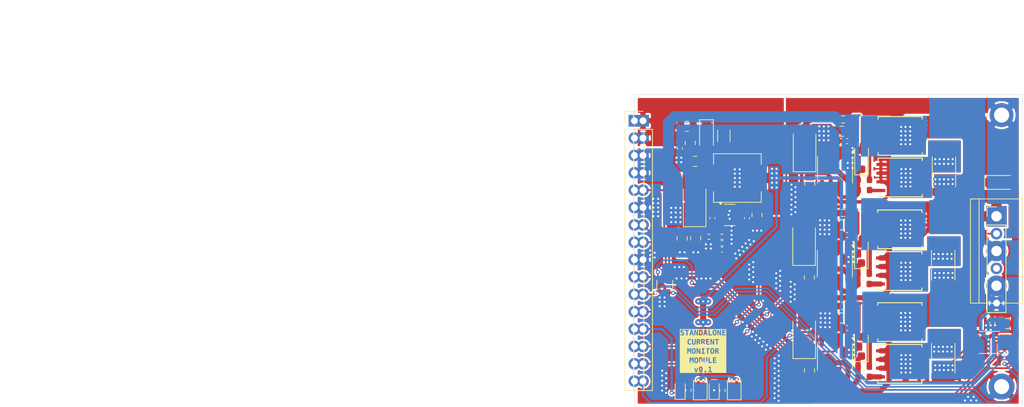
<source format=kicad_pcb>
(kicad_pcb (version 20241229) (generator "pcbnew") (generator_version "9.0")
  (layers (0 "F.Cu" signal) (2 "B.Cu" signal) (13 "F.Paste" user) (15 "B.Paste" user) (5 "F.SilkS" user "F.Silkscreen") (7 "B.SilkS" user "B.Silkscreen") (1 "F.Mask" user) (3 "B.Mask" user) (25 "Edge.Cuts" user))
  (net 0 "")
  (net 1 "/15V")
  (net 2 "GND")
  (net 3 "/VIN_P_HIGH_S")
  (net 4 "Net-(D1-K)")
  (net 5 "/VIN_P_MID_S")
  (net 6 "Net-(D2-K)")
  (net 7 "Net-(D3-K)")
  (net 8 "/VIN_P_LOW_S")
  (net 9 "/5V")
  (net 10 "/5V_IN")
  (net 11 "Net-(D1-A)")
  (net 12 "Net-(D2-A)")
  (net 13 "Net-(D3-A)")
  (net 14 "/VIN_P_HIGH_G")
  (net 15 "/VIN_P_MID_G")
  (net 16 "/VIN_P_LOW_G")
  (net 17 "/~{STAT}")
  (net 18 "/ADDR0")
  (net 19 "/ADDR1")
  (net 20 "/~{INT}")
  (net 21 "/SCL")
  (net 22 "/SDA")
  (net 23 "/VIN_P")
  (net 24 "/VIN_N")
  (net 25 "/CURR_HIGH_EN")
  (net 26 "/CURR_LOW_EN")
  (net 27 "/CURR_MID_EN")
  (net 28 "Net-(Q1-G)")
  (net 29 "Net-(Q2-G)")
  (net 30 "Net-(Q3-G)")
  (net 31 "/VIN_P_HIGH_SHUNT")
  (net 32 "Net-(Q4-G)")
  (net 33 "/VIN_P_MID_SHUNT")
  (net 34 "Net-(Q5-G)")
  (net 35 "Net-(Q6-G)")
  (net 36 "/VIN_P_LOW_SHUNT")
  (net 43 "/15V_EN")
  (net 44 "Net-(U5-FB)")
  (net 45 "Net-(C16-Pad1)")
  (net 46 "Net-(D10-A)")
  (net 47 "Net-(D11-A)")
  (net 48 "Net-(D12-A)")
  (net 49 "Net-(R13-Pad2)")
  (net 51 "Net-(JP3-B)")
  (net 52 "Net-(JP4-B)")
  (footprint "TerminalBlock:TerminalBlock_bornier-3_P5.08mm" (layer "F.Cu") (at 229.447 64.7825 -90)
    (property "Reference" "J1" (hide yes))
    (property "Value" "VIN_TERMINAL" (hide yes))
  )
  (footprint "Package_SO:SOIC-8_3.9x4.9mm_P1.27mm" (layer "F.Cu") (at 205.8275 71.7202 -90)
    (property "Reference" "U2" (hide yes))
    (property "Value" "FAN73711" (hide yes))
  )
  (footprint "Diode_SMD:D_SMA" (layer "F.Cu") (at 185.3438 62.7888 90)
    (property "Reference" "D10" (hide yes))
    (property "Value" "SS36" (hide yes))
  )
  (footprint "Resistor_SMD:R_0603_1608Metric" (layer "F.Cu") (at 207.044416 50.6095 180)
    (property "Reference" "R1" (hide yes))
    (property "Value" "100" (hide yes))
  )
  (footprint "Package_SO:SOIC-8_3.9x4.9mm_P1.27mm" (layer "F.Cu") (at 205.861816 57.9755 -90)
    (property "Reference" "U1" (hide yes))
    (property "Value" "FAN73711" (hide yes))
  )
  (footprint "Capacitor_SMD:C_0402_1005Metric" (layer "F.Cu") (at 228.8413 80.3884 90)
    (property "Reference" "C10" (hide yes))
    (property "Value" "100n" (hide yes))
  )
  (footprint "Package_TO_SOT_SMD:SOT-23-6" (layer "F.Cu") (at 190.4437 64.582)
    (property "Reference" "U5" (hide yes))
    (property "Value" "MT3608" (hide yes))
  )
  (footprint "LED_SMD:LED_0603_1608Metric" (layer "F.Cu") (at 183.2229 90.0788 90)
    (property "Reference" "D12" (hide yes))
    (property "Value" "BLUE" (hide yes))
  )
  (footprint "Capacitor_SMD:C_0805_2012Metric" (layer "F.Cu") (at 202.1064 73.7151 90)
    (property "Reference" "C8" (hide yes))
    (property "Value" "10u" (hide yes))
  )
  (footprint "Resistor_SMD:R_0402_1005Metric" (layer "F.Cu") (at 189.3316 68.7324 180)
    (property "Reference" "R15" (hide yes))
    (property "Value" "56k" (hide yes))
  )
  (footprint "Capacitor_SMD:C_0805_2012Metric" (layer "F.Cu") (at 202.1332 87.331599 90)
    (property "Reference" "C9" (hide yes))
    (property "Value" "10u" (hide yes))
  )
  (footprint "Inductor_SMD:L_1206_3216Metric" (layer "F.Cu") (at 189.611 53.0098 -90)
    (property "Reference" "FB1" (hide yes))
    (property "Value" "5V @ 2A" (hide yes))
  )
  (footprint "mixlib-discrete-mosfet:POWERFLAT_5X6_C_STM" (layer "F.Cu") (at 215.3271 66.6895)
    (property "Reference" "Q2" (hide yes))
    (property "Value" "STL130N6F7" (hide yes))
  )
  (footprint "Resistor_SMD:R_0603_1608Metric" (layer "F.Cu") (at 207.0345 64.2892 180)
    (property "Reference" "R2" (hide yes))
    (property "Value" "100" (hide yes))
  )
  (footprint "Resistor_SMD:R_0603_1608Metric" (layer "F.Cu") (at 210.0312 74.6905 180)
    (property "Reference" "R8" (hide yes))
    (property "Value" "10" (hide yes))
  )
  (footprint "Resistor_SMD:R_2512_6332Metric" (layer "F.Cu") (at 221.776416 58.2549 -90)
    (property "Reference" "R12" (hide yes))
    (property "Value" "0.01" (hide yes))
  )
  (footprint "Capacitor_SMD:C_0805_2012Metric" (layer "F.Cu") (at 206.841216 52.3367 180)
    (property "Reference" "C4" (hide yes))
    (property "Value" "10u" (hide yes))
  )
  (footprint "Capacitor_SMD:C_0805_2012Metric" (layer "F.Cu") (at 231.0511 80.4672)
    (property "Reference" "C20" (hide yes))
    (property "Value" "2.2u" (hide yes))
  )
  (footprint "Capacitor_SMD:C_0402_1005Metric" (layer "F.Cu") (at 189.357 69.6722 180)
    (property "Reference" "C13" (hide yes))
    (property "Value" "10p" (hide yes))
  )
  (footprint "Resistor_SMD:R_0402_1005Metric" (layer "F.Cu") (at 184.4421 90.2312 90)
    (property "Reference" "R18" (hide yes))
    (property "Value" "2k" (hide yes))
  )
  (footprint "Capacitor_SMD:C_0402_1005Metric" (layer "F.Cu") (at 207.6182 67.5277 180)
    (property "Reference" "C2" (hide yes))
    (property "Value" "100n" (hide yes))
  )
  (footprint "Capacitor_SMD:C_0402_1005Metric" (layer "F.Cu") (at 207.628616 53.7845 180)
    (property "Reference" "C1" (hide yes))
    (property "Value" "100n" (hide yes))
  )
  (footprint "Resistor_SMD:R_0603_1608Metric" (layer "F.Cu") (at 210.0312 73.1919 180)
    (property "Reference" "R5" (hide yes))
    (property "Value" "10" (hide yes))
  )
  (footprint "Diode_SMD:D_SOD-123F" (layer "F.Cu") (at 209.736816 56.5023 90)
    (property "Reference" "D4" (hide yes))
    (property "Value" "BZT52B20" (hide yes))
  )
  (footprint "Resistor_SMD:R_0402_1005Metric" (layer "F.Cu") (at 189.3316 67.7672)
    (property "Reference" "R14" (hide yes))
    (property "Value" "180k" (hide yes))
  )
  (footprint "Capacitor_SMD:C_0805_2012Metric" (layer "F.Cu") (at 185.409 56.7434 180)
    (property "Reference" "C19" (hide yes))
    (property "Value" "2.2u" (hide yes))
  )
  (footprint "Capacitor_SMD:C_0805_2012Metric" (layer "F.Cu") (at 202.167616 59.9821 90)
    (property "Reference" "C7" (hide yes))
    (property "Value" "10u" (hide yes))
  )
  (footprint "Package_TO_SOT_SMD:SOT-363_SC-70-6" (layer "F.Cu") (at 180.9773 74.8436 90)
    (property "Reference" "D9" (hide yes))
    (property "Value" "SP0505BAJT" (hide yes))
  )
  (footprint "Diode_SMD:D_SMA" (layer "F.Cu") (at 201.405616 54.7497 90)
    (property "Reference" "D1" (hide yes))
    (property "Value" "SS16" (hide yes))
  )
  (footprint "Capacitor_SMD:C_0402_1005Metric" (layer "F.Cu") (at 207.6222 81.121299 180)
    (property "Reference" "C3" (hide yes))
    (property "Value" "100n" (hide yes))
  )
  (footprint "mixlib-discrete-mosfet:POWERFLAT_5X6_C_STM" (layer "F.Cu") (at 215.3285 86.366399)
    (property "Reference" "Q6" (hide yes))
    (property "Value" "STL130N6F7" (hide yes))
  )
  (footprint "Resistor_SMD:R_2512_6332Metric" (layer "F.Cu") (at 221.6607 71.9473 -90)
    (property "Reference" "R10" (hide yes))
    (property "Value" "100" (hide yes))
  )
  (footprint "Diode_SMD:D_SOD-123F" (layer "F.Cu") (at 209.7024 83.839099 90)
    (property "Reference" "D6" (hide yes))
    (property "Value" "BZT52B20" (hide yes))
  )
  (footprint "Resistor_SMD:R_0603_1608Metric" (layer "F.Cu") (at 207.0481 77.920899 180)
    (property "Reference" "R3" (hide yes))
    (property "Value" "100" (hide yes))
  )
  (footprint "Resistor_SMD:R_0603_1608Metric" (layer "F.Cu") (at 210.0453 88.271399 180)
    (property "Reference" "R9" (hide yes))
    (property "Value" "10" (hide yes))
  )
  (footprint "Capacitor_SMD:C_0805_2012Metric" (layer "F.Cu") (at 185.4962 68.011 -90)
    (property "Reference" "C17" (hide yes))
    (property "Value" "47u" (hide yes))
  )
  (footprint "Diode_SMD:D_SMF" (layer "F.Cu") (at 187.071 53.0098 -90)
    (property "Reference" "D8" (hide yes))
    (property "Value" "SMF5.0A" (hide yes))
  )
  (footprint "Resistor_SMD:R_0603_1608Metric" (layer "F.Cu") (at 210.067016 59.4487 180)
    (property "Reference" "R4" (hide yes))
    (property "Value" "10" (hide yes))
  )
  (footprint "Capacitor_SMD:C_0805_2012Metric" (layer "F.Cu") (at 194.4624 64.582 -90)
    (property "Reference" "C12" (hide yes))
    (property "Value" "47u" (hide yes))
  )
  (footprint "Capacitor_SMD:C_0805_2012Metric" (layer "F.Cu") (at 184.6978 54.051 -90)
    (property "Reference" "C16" (hide yes))
    (property "Value" "2.2u" (hide yes))
  )
  (footprint "Connector_PinHeader_2.54mm:PinHeader_1x06_P2.54mm_Vertical" (layer "F.Cu") (at 229.4509 64.7827)
    (property "Reference" "J2" (hide yes))
    (property "Value" "VIN_HEADERS" (hide yes))
  )
  (footprint "Capacitor_SMD:C_0805_2012Metric" (layer "F.Cu") (at 206.8322 79.660799 180)
    (property "Reference" "C6" (hide yes))
    (property "Value" "10u" (hide yes))
  )
  (footprint "Jumper:SolderJumper-2_P1.3mm_Open_Pad1.0x1.5mm" (layer "F.Cu") (at 186.1693 90.2312 -90)
    (property "Reference" "JP4" (hide yes))
    (property "Value" "STAT_LED_EN" (hide yes))
  )
  (footprint "Capacitor_SMD:C_0805_2012Metric" (layer "F.Cu") (at 183.515 68.0212 -90)
    (property "Reference" "C18" (hide yes))
    (property "Value" "47u" (hide yes))
  )
  (footprint "Diode_SMD:D_SMA" (layer "F.Cu") (at 201.3585 82.093099 90)
    (property "Reference" "D3" (hide yes))
    (property "Value" "SS16" (hide yes))
  )
  (footprint "Package_SO:VSSOP-10_3x3mm_P0.5mm" (layer "F.Cu") (at 228.4222 83.2358 180)
    (property "Reference" "U4" (hide yes))
    (property "Value" "INA228" (hide yes))
  )
  (footprint "MountingHole:MountingHole_2.2mm_M2_ISO14580_Pad_TopBottom" (layer "F.Cu") (at 230.1974 89.6973)
    (property "Reference" "H2" (hide yes))
    (property "Value" "MountingHole_Pad" (hide yes))
  )
  (footprint "Resistor_SMD:R_0805_2012Metric" (layer "F.Cu") (at 184.2152 51.6126)
    (property "Reference" "R17" (hide yes))
    (property "Value" "2" (hide yes))
  )
  (footprint "Jumper:SolderJumper-2_P1.3mm_Open_Pad1.0x1.5mm" (layer "F.Cu") (at 191.1223 90.2312 -90)
    (property "Reference" "JP3" (hide yes))
    (property "Value" "PWR_LED_EN" (hide yes))
  )
  (footprint "Capacitor_SMD:C_0402_1005Metric" (layer "F.Cu") (at 187.9346 65.052 90)
    (property "Reference" "C15" (hide yes))
    (property "Value" "100n" (hide yes))
  )
  (footprint "Diode_SMD:D_SMA" (layer "F.Cu") (at 201.3317 68.4614 90)
    (property "Reference" "D2" (hide yes))
    (property "Value" "SS16" (hide yes))
  )
  (footprint "Resistor_SMD:R_0402_1005Metric" (layer "F.Cu") (at 187.4266 67.7672)
    (property "Reference" "R13" (hide yes))
    (property "Value" "1.2M" (hide yes))
  )
  (footprint "mixlib-discrete-mosfet:POWERFLAT_5X6_C_STM" (layer "F.Cu") (at 215.3271 72.7855)
    (property "Reference" "Q5" (hide yes))
    (property "Value" "STL130N6F7" (hide yes))
  )
  (footprint "mixlib-discrete-mosfet:POWERFLAT_5X6_C_STM" (layer "F.Cu") (at 215.375616 59.1033)
    (property "Reference" "Q4" (hide yes))
    (property "Value" "STL130N6F7" (hide yes))
  )
  (footprint "mixlib-discrete-mosfet:POWERFLAT_5X6_C_STM" (layer "F.Cu") (at 215.375616 53.0225)
    (property "Reference" "Q1" (hide yes))
    (property "Value" "STL130N6F7" (hide yes))
  )
  (footprint "Capacitor_SMD:C_0402_1005Metric" (layer "F.Cu") (at 183.1992 54.8384 -90)
    (property "Reference" "C14" (hide yes))
    (property "Value" "100n" (hide yes))
  )
  (footprint "MountingHole:MountingHole_2.2mm_M2_ISO7380_Pad_TopBottom" (layer "F.Cu") (at 230.1974 49.9773)
    (property "Reference" "H1" (hide yes))
    (property "Value" "MountingHole_Pad" (hide yes))
  )
  (footprint "mixlib-discrete-mosfet:POWERFLAT_5X6_C_STM" (layer "F.Cu") (at 215.3285 80.257699)
    (property "Reference" "Q3" (hide yes))
    (property "Value" "STL130N6F7" (hide yes))
  )
  (footprint "Diode_SMD:D_SOD-123F" (layer "F.Cu") (at 209.701 70.2171 90)
    (property "Reference" "D5" (hide yes))
    (property "Value" "BZT52B20" (hide yes))
  )
  (footprint "Resistor_SMD:R_2512_6332Metric" (layer "F.Cu") (at 221.6748 85.540899 -90)
    (property "Reference" "R11" (hide yes))
    (property "Value" "10k" (hide yes))
  )
  (footprint "Resistor_SMD:R_0402_1005Metric" (layer "F.Cu") (at 189.3951 90.2566 90)
    (property "Reference" "R16" (hide yes))
    (property "Value" "2k" (hide yes))
  )
  (footprint "Connector_PinHeader_2.54mm:PinHeader_1x16_P2.54mm_Vertical" (layer "F.Cu") (at 177.8 50.8)
    (property "Reference" "J3" (hide yes))
    (property "Value" "COMM_HEADERS" (hide yes))
  )
  (footprint "Package_SO:SOIC-8_3.9x4.9mm_P1.27mm" (layer "F.Cu") (at 205.8416 85.324999 -90)
    (property "Reference" "U3" (hide yes))
    (property "Value" "FAN73711" (hide yes))
  )
  (footprint "LED_SMD:LED_0603_1608Metric" (layer "F.Cu") (at 188.2013 90.0788 90)
    (property "Reference" "D11" (hide yes))
    (property "Value" "RED" (hide yes))
  )
  (footprint "Resistor_SMD:R_0603_1608Metric" (layer "F.Cu") (at 210.079216 60.9473 180)
    (property "Reference" "R7" (hide yes))
    (property "Value" "10" (hide yes))
  )
  (footprint "Diode_SMD:D_SMF" (layer "F.Cu") (at 230.0986 59.8297)
    (property "Reference" "D7" (hide yes))
    (property "Value" "SMF58A" (hide yes))
  )
  (footprint "Connector_PinHeader_2.54mm:PinHeader_1x16_P2.54mm_Vertical" (layer "F.Cu") (at 176.5427 50.8)
    (property "Reference" "J3_CASTELLATIONS" (hide yes))
    (property "Value" "COMM_HEADERS" (hide yes))
  )
  (footprint "Capacitor_SMD:C_0402_1005Metric" (layer "F.Cu") (at 192.9892 65.052 -90)
    (property "Reference" "C11" (hide yes))
    (property "Value" "100n" (hide yes))
  )
  (footprint "Capacitor_SMD:C_0805_2012Metric" (layer "F.Cu") (at 206.8206 66.0418 180)
    (property "Reference" "C5" (hide yes))
    (property "Value" "10u" (hide yes))
  )
  (footprint "Inductor_SMD:L_Changjiang_FXL0630" (layer "F.Cu") (at 191.5922 59.182 180)
    (property "Reference" "L1" (hide yes))
    (property "Value" "10u" (hide yes))
  )
  (footprint "Resistor_SMD:R_0603_1608Metric" (layer "F.Cu") (at 210.0453 86.785499 180)
    (property "Reference" "R6" (hide yes))
    (property "Value" "10" (hide yes))
  )
  (gr_rect (start 176.53 46.9773) (end 233.1974 92.6973) (stroke (width 0.05)) (fill no) (layer "Edge.Cuts"))
  (gr_text "STANDALONE\nCURRENT\nMONITOR\nMODULE\nv0.1" (at 186.5757 87.7189 0) (layer "F.SilkS" knockout) (effects (font (size 0.8 0.8) (thickness 0.2) (bold yes)) (justify bottom)))
  (segment (start 207.7325 69.2452) (end 208.1008 68.8769) (width 0.762) (layer "F.Cu") (net 1))
  (segment (start 207.7974 82.851499) (end 208.1657 82.483199) (width 0.762) (layer "F.Cu") (net 1))
  (segment (start 207.7706 64.3781) (end 207.8595 64.2892) (width 0.762) (layer "F.Cu") (net 1))
  (segment (start 207.7822 78.011799) (end 207.8731 77.920899) (width 0.762) (layer "F.Cu") (net 1))
  (segment (start 208.1008 68.8769) (end 208.1008 68.3786) (width 0.762) (layer "F.Cu") (net 1))
  (segment (start 208.1657 82.483199) (end 208.1657 81.984899) (width 0.762) (layer "F.Cu") (net 1))
  (segment (start 207.7706 66.0418) (end 207.7706 64.3781) (width 0.762) (layer "F.Cu") (net 1))
  (segment (start 208.1631 81.982299) (end 208.1631 80.041699) (width 0.762) (layer "F.Cu") (net 1))
  (segment (start 208.1631 80.041699) (end 207.7822 79.660799) (width 0.762) (layer "F.Cu") (net 1))
  (segment (start 208.0982 67.5277) (end 208.0982 66.3694) (width 0.762) (layer "F.Cu") (net 1))
  (segment (start 208.0982 68.376) (end 208.0982 67.5277) (width 0.762) (layer "F.Cu") (net 1))
  (segment (start 208.1008 68.3786) (end 208.0982 68.376) (width 0.762) (layer "F.Cu") (net 1))
  (segment (start 208.0982 66.3694) (end 207.7706 66.0418) (width 0.762) (layer "F.Cu") (net 1))
  (segment (start 207.7822 79.660799) (end 207.7822 78.011799) (width 0.762) (layer "F.Cu") (net 1))
  (segment (start 208.1657 81.984899) (end 208.1631 81.982299) (width 0.762) (layer "F.Cu") (net 1))
  (via (at 181.9148 63.5508) (size 0.6) (drill 0.3) (layers "F.Cu" "B.Cu") (net 1))
  (via (at 208.416016 54.8005) (size 0.6) (drill 0.3) (layers "F.Cu" "B.Cu") (net 1))
  (via (at 208.5453 70.7281) (size 0.6) (drill 0.3) (layers "F.Cu" "B.Cu") (net 1))
  (via (at 207.899 85.070999) (size 0.6) (drill 0.3) (layers "F.Cu" "B.Cu") (net 1))
  (via (at 208.416016 56.9849) (size 0.6) (drill 0.3) (layers "F.Cu" "B.Cu") (net 1))
  (via (at 208.6102 82.861199) (size 0.6) (drill 0.3) (layers "F.Cu" "B.Cu") (net 1))
  (via (at 208.5453 69.2549) (size 0.6) (drill 0.3) (layers "F.Cu" "B.Cu") (net 1))
  (via (at 208.5453 69.9661) (size 0.6) (drill 0.3) (layers "F.Cu" "B.Cu") (net 1))
  (via (at 208.5453 68.5437) (size 0.6) (drill 0.3) (layers "F.Cu" "B.Cu") (net 1))
  (via (at 208.416016 55.5117) (size 0.6) (drill 0.3) (layers "F.Cu" "B.Cu") (net 1))
  (via (at 181.9148 64.2366) (size 0.6) (drill 0.3) (layers "F.Cu" "B.Cu") (net 1))
  (via (at 208.6102 82.149999) (size 0.6) (drill 0.3) (layers "F.Cu" "B.Cu") (net 1))
  (via (at 208.5453 71.4647) (size 0.6) (drill 0.3) (layers "F.Cu" "B.Cu") (net 1))
  (via (at 182.5752 64.9224) (size 0.6) (drill 0.3) (layers "F.Cu" "B.Cu") (net 1))
  (via (at 208.6102 83.572399) (size 0.6) (drill 0.3) (layers "F.Cu" "B.Cu") (net 1))
  (via (at 207.704816 57.7215) (size 0.6) (drill 0.3) (layers "F.Cu" "B.Cu") (net 1))
  (via (at 207.704816 56.9849) (size 0.6) (drill 0.3) (layers "F.Cu" "B.Cu") (net 1))
  (via (at 208.6102 85.070999) (size 0.6) (drill 0.3) (layers "F.Cu" "B.Cu") (net 1))
  (via (at 182.5752 64.2366) (size 0.6) (drill 0.3) (layers "F.Cu" "B.Cu") (net 1))
  (via (at 183.261 65.6336) (size 0.6) (drill 0.3) (layers "F.Cu" "B.Cu") (net 1))
  (via (at 183.261 63.5508) (size 0.6) (drill 0.3) (layers "F.Cu" "B.Cu") (net 1))
  (via (at 181.9148 64.9224) (size 0.6) (drill 0.3) (layers "F.Cu" "B.Cu") (net 1))
  (via (at 183.261 64.2366) (size 0.6) (drill 0.3) (layers "F.Cu" "B.Cu") (net 1))
  (via (at 208.416016 56.2229) (size 0.6) (drill 0.3) (layers "F.Cu" "B.Cu") (net 1))
  (via (at 208.416016 57.7215) (size 0.6) (drill 0.3) (layers "F.Cu" "B.Cu") (net 1))
  (via (at 182.5752 65.6336) (size 0.6) (drill 0.3) (layers "F.Cu" "B.Cu") (net 1))
  (via (at 207.8341 70.7281) (size 0.6) (drill 0.3) (layers "F.Cu" "B.Cu") (net 1))
  (via (at 183.261 64.9224) (size 0.6) (drill 0.3) (layers "F.Cu" "B.Cu") (net 1))
  (via (at 207.8341 71.4647) (size 0.6) (drill 0.3) (layers "F.Cu" "B.Cu") (net 1))
  (via (at 182.5752 63.5508) (size 0.6) (drill 0.3) (layers "F.Cu" "B.Cu") (net 1))
  (via (at 207.899 84.334399) (size 0.6) (drill 0.3) (layers "F.Cu" "B.Cu") (net 1))
  (via (at 208.6102 84.334399) (size 0.6) (drill 0.3) (layers "F.Cu" "B.Cu") (net 1))
  (via (at 181.9148 65.6336) (size 0.6) (drill 0.3) (layers "F.Cu" "B.Cu") (net 1))
  (segment (start 181.3757 57.420055) (end 181.3757 55.660745) (width 1.651) (layer "B.Cu") (net 1))
  (segment (start 181.5338 57.578155) (end 181.3757 57.420055) (width 1.651) (layer "B.Cu") (net 1))
  (segment (start 181.9148 64.9224) (end 181.5338 64.5414) (width 1.651) (layer "B.Cu") (net 1))
  (segment (start 181.3757 55.660745) (end 181.5338 55.502645) (width 1.651) (layer "B.Cu") (net 1))
  (segment (start 205.8162 50.2285) (end 208.1657 52.578) (width 1.651) (layer "B.Cu") (net 1))
  (segment (start 182.4101 50.2285) (end 205.8162 50.2285) (width 1.651) (layer "B.Cu") (net 1))
  (segment (start 208.1657 57.5945) (end 208.2165 57.6453) (width 1.651) (layer "B.Cu") (net 1))
  (segment (start 181.5338 64.5414) (end 181.5338 57.578155) (width 1.651) (layer "B.Cu") (net 1))
  (segment (start 181.5338 51.1048) (end 182.4101 50.2285) (width 1.651) (layer "B.Cu") (net 1))
  (segment (start 181.5338 55.502645) (end 181.5338 51.1048) (width 1.651) (layer "B.Cu") (net 1))
  (segment (start 208.2165 57.6453) (end 208.2165 84.9249) (width 1.651) (layer "B.Cu") (net 1))
  (segment (start 208.1657 52.578) (end 208.1657 57.5945) (width 1.651) (layer "B.Cu") (net 1))
  (segment (start 208.2165 84.9249) (end 208.0641 84.7725) (width 1.651) (layer "B.Cu") (net 1))
  (segment (start 187.9346 64.572) (end 189.2962 64.572) (width 0.762) (layer "F.Cu") (net 2))
  (segment (start 205.8706 66.0418) (end 205.8706 66.2631) (width 0.762) (layer "F.Cu") (net 2))
  (segment (start 205.8822 79.660799) (end 204.7367 79.660799) (width 0.762) (layer "F.Cu") (net 2))
  (segment (start 189.2962 64.572) (end 189.3062 64.582) (width 0.762) (layer "F.Cu") (net 2))
  (segment (start 204.5448 66.0418) (end 203.9225 66.6641) (width 0.762) (layer "F.Cu") (net 2))
  (segment (start 227.919199 82.4554) (end 227.4022 82.4554) (width 0.508) (layer "F.Cu") (net 2))
  (segment (start 205.8706 66.2631) (end 207.1352 67.5277) (width 0.762) (layer "F.Cu") (net 2))
  (segment (start 231.5486 59.8297) (end 232.2519 60.533) (width 0.889) (layer "F.Cu") (net 2))
  (segment (start 232.2519 60.533) (end 232.2519 72.1417) (width 0.889) (layer "F.Cu") (net 2))
  (segment (start 228.046199 82.5824) (end 228.275748 82.811949) (width 0.254) (layer "F.Cu") (net 2))
  (segment (start 204.6224 79.648099) (end 204.0001 80.270399) (width 0.762) (layer "F.Cu") (net 2))
  (segment (start 207.148616 53.7845) (end 206.460216 53.7845) (width 0.3048) (layer "F.Cu") (net 2))
  (segment (start 203.9225 66.6641) (end 203.9225 69.2452) (width 0.762) (layer "F.Cu") (net 2))
  (segment (start 228.2698 82.817897) (end 228.275748 82.811949) (width 0.508) (layer "F.Cu") (net 2))
  (segment (start 204.7367 79.660799) (end 203.9366 80.460899) (width 0.762) (layer "F.Cu") (net 2))
  (segment (start 203.9366 80.460899) (end 203.9366 82.849999) (width 0.762) (layer "F.Cu") (net 2))
  (segment (start 184.6978 55.001) (end 184.3804 55.3184) (width 0.762) (layer "F.Cu") (net 2))
  (segment (start 227.068873 82.7358) (end 227.222273 82.5824) (width 0.254) (layer "F.Cu") (net 2))
  (segment (start 206.460216 53.7845) (end 205.891216 53.2155) (width 0.3048) (layer "F.Cu") (net 2))
  (segment (start 205.891216 53.2155) (end 205.891216 52.3367) (width 0.3048) (layer "F.Cu") (net 2))
  (segment (start 184.459 56.7434) (end 184.459 55.2398) (width 0.762) (layer "F.Cu") (net 2))
  (segment (start 184.3804 55.3184) (end 183.1992 55.3184) (width 0.762) (layer "F.Cu") (net 2))
  (segment (start 226.2222 82.7358) (end 227.068873 82.7358) (width 0.254) (layer "F.Cu") (net 2))
  (segment (start 227.222273 82.5824) (end 228.046199 82.5824) (width 0.254) (layer "F.Cu") (net 2))
  (segment (start 228.2698 84.8233) (end 228.2698 82.817897) (width 0.508) (layer "F.Cu") (net 2))
  (segment (start 205.8822 79.660799) (end 205.8822 79.861299) (width 0.762) (layer "F.Cu") (net 2))
  (segment (start 228.275748 82.811949) (end 227.919199 82.4554) (width 0.508) (layer "F.Cu") (net 2))
  (segment (start 205.8822 79.861299) (end 207.1422 81.121299) (width 0.762) (layer "F.Cu") (net 2))
  (segment (start 184.459 55.2398) (end 184.6978 55.001) (width 0.762) (layer "F.Cu") (net 2))
  (segment (start 232.2519 72.1417) (end 229.4509 74.9427) (width 0.889) (layer "F.Cu") (net 2))
  (segment (start 205.8706 66.0418) (end 204.5448 66.0418) (width 0.762) (layer "F.Cu") (net 2))
  (via (at 180.594 87.3633) (size 0.6) (drill 0.3) (layers "F.Cu" "B.Cu") (net 2))
  (via (at 192.2907 69.2531) (size 0.6) (drill 0.3) (layers "F.Cu" "B.Cu") (net 2))
  (via (at 182.4355 72.2376) (size 0.6) (drill 0.3) (layers "F.Cu" "B.Cu") (net 2))
  (via (at 193.9036 74.4093) (size 0.6) (drill 0.3) (layers "F.Cu" "B.Cu") (net 2))
  (via (at 205.0796 81.006999) (size 0.6) (drill 0.3) (layers "F.Cu" "B.Cu") (net 2))
  (via (at 190.2968 64.5668) (size 0.6) (drill 0.3) (layers "F.Cu" "B.Cu") (net 2))
  (via (at 203.6812 66.0672) (size 0.6) (drill 0.3) (layers "F.Cu" "B.Cu") (net 2))
  (via (at 197.0278 91.3892) (size 0.6) (drill 0.3) (layers "F.Cu" "B.Cu") (net 2))
  (via (at 195.072 66.8782) (size 0.6) (drill 0.3) (layers "F.Cu" "B.Cu") (net 2))
  (via (at 230.6066 85.5599) (size 0.6) (drill 0.3) (layers "F.Cu" "B.Cu") (net 2))
  (via (at 191.2874 70.2437) (size 0.6) (drill 0.3) (layers "F.Cu" "B.Cu") (net 2))
  (via (at 193.3194 71.8439) (size 0.6) (drill 0.3) (layers "F.Cu" "B.Cu") (net 2))
  (via (at 197.612 89.5858) (size 0.6) (drill 0.3) (layers "F.Cu" "B.Cu") (net 2))
  (via (at 197.2564 74.5871) (size 0.6) (drill 0.3) (layers "F.Cu" "B.Cu") (net 2))
  (via (at 197.8406 74.9681) (size 0.6) (drill 0.3) (layers "F.Cu" "B.Cu") (net 2))
  (via (at 196.713885 79.204028) (size 0.6) (drill 0.3) (layers "F.Cu" "B.Cu") (net 2))
  (via (at 204.885416 52.3367) (size 0.6) (drill 0.3) (layers "F.Cu" "B.Cu") (net 2))
  (via (at 197.2564 75.311) (size 0.6) (drill 0.3) (layers "F.Cu" "B.Cu") (net 2))
  (via (at 205.0796 79.686199) (size 0.6) (drill 0.3) (layers "F.Cu" "B.Cu") (net 2))
  (via (at 194.8688 82.6389) (size 0.6) (drill 0.3) (layers "F.Cu" "B.Cu") (net 2))
  (via (at 186.3344 73.8886) (size 0.6) (drill 0.3) (layers "F.Cu" "B.Cu") (net 2))
  (via (at 187.6679 73.8886) (size 0.6) (drill 0.3) (layers "F.Cu" "B.Cu") (net 2))
  (via (at 191.9224 60.452) (size 0.6) (drill 0.3) (layers "F.Cu" "B.Cu") (net 2))
  (via (at 185.674 73.914) (size 0.6) (drill 0.3) (layers "F.Cu" "B.Cu") (net 2))
  (via (at 204.225016 52.3367) (size 0.6) (drill 0.3) (layers "F.Cu" "B.Cu") (net 2))
  (via (at 191.8081 69.7738) (size 0.6) (drill 0.3) (layers "F.Cu" "B.Cu") (net 2))
  (via (at 205.0796 78.987699) (size 0.6) (drill 0.3) (layers "F.Cu" "B.Cu") (net 2))
  (via (at 182.6895 73.8759) (size 0.6) (drill 0.3) (layers "F.Cu" "B.Cu") (net 2))
  (via (at 195.9102 83.6041) (size 0.6) (drill 0.3) (layers "F.Cu" "B.Cu") (net 2))
  (via (at 199.4789 63.1063) (size 0.6) (drill 0.3) (layers "F.Cu" "B.Cu") (net 2))
  (via (at 194.3608 82.169) (size 0.6) (drill 0.3) (layers "F.Cu" "B.Cu") (net 2))
  (via (at 199.4916 62.3316) (size 0.6) (drill 0.3) (layers "F.Cu" "B.Cu") (net 2))
  (via (at 203.7588 79.673499) (size 0.6) (drill 0.3) (layers "F.Cu" "B.Cu") (net 2))
  (via (at 204.225016 53.6575) (size 0.6) (drill 0.3) (layers "F.Cu" "B.Cu") (net 2))
  (via (at 179.4891 70.8152) (size 0.6) (drill 0.3) (layers "F.Cu" "B.Cu") (net 2))
  (via (at 178.8541 70.4469) (size 0.6) (drill 0.3) (layers "F.Cu" "B.Cu") (net 2))
  (via (at 195.3434 77.136153) (size 0.6) (drill 0.3) (layers "F.Cu" "B.Cu") (net 2))
  (via (at 181.1782 89.9287) (size 0.6) (drill 0.3) (layers "F.Cu" "B.Cu") (net 2))
  (via (at 193.4972 68.906615) (size 0.6) (drill 0.3) (layers "F.Cu" "B.Cu") (net 2))
  (via (at 197.6247 85.9409) (size 0.6) (drill 0.3) (layers "F.Cu" "B.Cu") (net 2))
  (via (at 204.4192 79.686199) (size 0.6) (drill 0.3) (layers "F.Cu" "B.Cu") (net 2))
  (via (at 199.9615 75.4761) (size 0.6) (drill 0.3) (layers "F.Cu" "B.Cu") (net 2))
  (via (at 199.3773 76.5556) (size 0.6) (drill 0.3) (layers "F.Cu" "B.Cu") (net 2))
  (via (at 197.0278 89.2048) (size 0.6) (drill 0.3) (layers "F.Cu" "B.Cu") (net 2))
  (via (at 190.7413 68.7959) (size 0.6) (drill 0.3) (layers "F.Cu" "B.Cu") (net 2))
  (via (at 191.2112 57.912) (size 0.6) (drill 0.3) (layers "F.Cu" "B.Cu") (net 2))
  (via (at 180.0098 62.23) (size 0.6) (drill 0.3) (layers "F.Cu" "B.Cu") (net 2))
  (via (at 200.0758 60.5282) (size 0.6) (drill 0.3) (layers "F.Cu" "B.Cu") (net 2))
  (via (at 204.885416 53.6575) (size 0.6) (drill 0.3) (layers "F.Cu" "B.Cu") (net 2))
  (via (at 191.9224 58.547) (size 0.6) (drill 0.3) (layers "F.Cu" "B.Cu") (net 2))
  (via (at 197.612 91.059) (size 0.6) (drill 0.3) (layers "F.Cu" "B.Cu") (net 2))
  (via (at 180.0098 62.865) (size 0.6) (drill 0.3) (layers "F.Cu" "B.Cu") (net 2))
  (via (at 199.3773 75.8444) (size 0.6) (drill 0.3) (layers "F.Cu" "B.Cu") (net 2))
  (via (at 180.594 90.2843) (size 0.6) (drill 0.3) (layers "F.Cu" "B.Cu") (net 2))
  (via (at 187.706 69.4944) (size 0.6) (drill 0.3) (layers "F.Cu" "B.Cu") (net 2))
  (via (at 180.0098 63.5) (size 0.6) (drill 0.3) (layers "F.Cu" "B.Cu") (net 2))
  (via (at 195.3768 83.1215) (size 0.6) (drill 0.3) (layers "F.Cu" "B.Cu") (net 2))
  (via (at 188.189941 90.2288) (size 0.6) (drill 0.3) (layers "F.Cu" "B.Cu") (net 2))
  (via (at 191.954628 70.4215) (size 0.6) (drill 0.3) (layers "F.Cu" "B.Cu") (net 2))
  (via (at 193.3194 72.5551) (size 0.6) (drill 0.3) (layers "F.Cu" "B.Cu") (net 2))
  (via (at 197.8406 75.692) (size 0.6) (drill 0.3) (layers "F.Cu" "B.Cu") (net 2))
  (via (at 190.7413 66.2559) (size 0.6) (drill 0.3) (layers "F.Cu" "B.Cu") (net 2))
  (via (at 203.6812 67.388) (size 0.6) (drill 0.3) (layers "F.Cu" "B.Cu") (net 2))
  (via (at 199.4916 61.6077) (size 0.6) (drill 0.3) (layers "F.Cu" "B.Cu") (net 2))
  (via (at 203.564616 52.324) (size 0.6) (drill 0.3) (layers "F.Cu" "B.Cu") (net 2))
  (via (at 191.2112 60.452) (size 0.6) (drill 0.3) (layers "F.Cu" "B.Cu") (net 2))
  (via (at 194.7037 83.3374) (size 0.6) (drill 0.3) (layers "F.Cu" "B.Cu") (net 2))
  (via (at 199.3773 74.3712) (size 0.6) (drill 0.3) (layers "F.Cu" "B.Cu") (net 2))
  (via (at 180.9496 77.2795) (size 0.6) (drill 0.3) (layers "F.Cu" "B.Cu") (net 2))
  (via (at 193.3194 74.0283) (size 0.6) (drill 0.3) (layers "F.Cu" "B.Cu") (net 2))
  (via (at 204.885416 52.9844) (size 0.6) (drill 0.3) (layers "F.Cu" "B.Cu") (net 2))
  (via (at 203.564616 53.6448) (size 0.6) (drill 0.3) (layers "F.Cu" "B.Cu") (net 2))
  (via (at 228.2698 84.8233) (size 0.6) (drill 0.3) (layers "F.Cu" "B.Cu") (net 2))
  (via (at 196.425694 84.081494) (size 0.6) (drill 0.3) (layers "F.Cu" "B.Cu") (net 2))
  (via (at 190.7413 68.1609) (size 0.6) (drill 0.3) (layers "F.Cu" "B.Cu") (net 2))
  (via (at 180.594 88.8365) (size 0.6) (drill 0.3) (layers "F.Cu" "B.Cu") (net 2))
  (via (at 204.4192 78.987699) (size 0.6) (drill 0.3) (layers "F.Cu" "B.Cu") (net 2))
  (via (at 180.9496 77.9399) (size 0.6) (drill 0.3) (layers "F.Cu" "B.Cu") (net 2))
  (via (at 199.6059 81.4959) (size 0.6) (drill 0.3) (layers "F.Cu" "B.Cu") (net 2))
  (via (at 190.7413 66.8909) (size 0.6) (drill 0.3) (layers "F.Cu" "B.Cu") (net 2))
  (via (at 225.7171 91.7194) (size 0.6) (drill 0.3) (layers "F.Cu" "B.Cu") (net 2))
  (via (at 199.4789 63.7921) (size 0.6) (drill 0.3) (layers "F.Cu" "B.Cu") (net 2))
  (via (at 226.1235 91.186) (size 0.6) (drill 0.3) (layers "F.Cu" "B.Cu") (net 2))
  (via (at 197.8406 73.5076) (size 0.6) (drill 0.3) (layers "F.Cu" "B.Cu") (net 2))
  (via (at 205.0796 80.333899) (size 0.6) (drill 0.3) (layers "F.Cu" "B.Cu") (net 2))
  (via (at 228.275748 82.811949) (size 0.6) (drill 0.3) (layers "F.Cu" "B.Cu") (net 2))
  (via (at 191.4271 70.9422) (size 0.6) (drill 0.3) (layers "F.Cu" "B.Cu") (net 2))
  (via (at 203.564616 51.6255) (size 0.6) (drill 0.3) (layers "F.Cu" "B.Cu") (net 2))
  (via (at 197.8406 74.2188) (size 0.6) (drill 0.3) (layers "F.Cu" "B.Cu") (net 2))
  (via (at 186.9948 69.4944) (size 0.6) (drill 0.3) (layers "F.Cu" "B.Cu") (net 2))
  (via (at 197.0405 88.4809) (size 0.6) (drill 0.3) (layers "F.Cu" "B.Cu") (net 2))
  (via (at 203.6812 65.3687) (size 0.6) (drill 0.3) (layers "F.Cu" "B.Cu") (net 2))
  (via (at 197.0405 87.7443) (size 0.6) (drill 0.3) (layers "F.Cu" "B.Cu") (net 2))
  (via (at 195.841445 78.303042) (size 0.6) (drill 0.3) (layers "F.Cu" "B.Cu") (net 2))
  (via (at 203.564616 52.9717) (size 0.6) (drill 0.3) (layers "F.Cu" "B.Cu") (net 2))
  (via (at 204.885416 51.6382) (size 0.6) (drill 0.3) (layers "F.Cu" "B.Cu") (net 2))
  (via (at 197.6247 86.6648) (size 0.6) (drill 0.3) (layers "F.Cu" "B.Cu") (net 2))
  (via (at 186.9948 73.8886) (size 0.6) (drill 0.3) (layers "F.Cu" "B.Cu") (net 2))
  (via (at 199.4916 60.1472) (size 0.6) (drill 0.3) (layers "F.Cu" "B.Cu") (net 2))
  (via (at 193.8528 66.8782) (size 0.6) (drill 0.3) (layers "F.Cu" "B.Cu") (net 2))
  (via (at 191.9224 59.817) (size 0.6) (drill 0.3) (layers "F.Cu" "B.Cu") (net 2))
  (via (at 193.9036 73.6854) (size 0.6) (drill 0.3) (layers "F.Cu" "B.Cu") (net 2))
  (via (at 187.706 68.8848) (size 0.6) (drill 0.3) (layers "F.Cu" "B.Cu") (net 2))
  (via (at 195.2117 83.82) (size 0.6) (drill 0.3) (layers "F.Cu" "B.Cu") (net 2))
  (via (at 193.691285 82.379028) (size 0.6) (drill 0.3) (layers "F.Cu" "B.Cu") (net 2))
  (via (at 199.9615 76.2254) (size 0.6) (drill 0.3) (layers "F.Cu" "B.Cu") (net 2))
  (via (at 190.4492 64.008) (size 0.6) (drill 0.3) (layers "F.Cu" "B.Cu") (net 2))
  (via (at 183.7563 72.2122) (size 0.6) (drill 0.3) (layers "F.Cu" "B.Cu") (net 2))
  (via (at 193.9798 68.4276) (size 0.6) (drill 0.3) (layers "F.Cu" "B.Cu") (net 2))
  (via (at 225.298 91.1987) (size 0.6) (drill 0.3) (layers "F.Cu" "B.Cu") (net 2))
  (via (at 197.6247 88.8111) (size 0.6) (drill 0.3) (layers "F.Cu" "B.Cu") (net 2))
  (via (at 181.178297 90.6122) (size 0.6) (drill 0.3) (layers "F.Cu" "B.Cu") (net 2))
  (via (at 200.0631 63.4365) (size 0.6) (drill 0.3) (layers "F.Cu" "B.Cu") (net 2))
  (via (at 180.0098 64.135) (size 0.6) (drill 0.3) (layers "F.Cu" "B.Cu") (net 2))
  (via (at 199.9615 74.7522) (size 0.6) (drill 0.3) (layers "F.Cu" "B.Cu") (net 2))
  (via (at 199.3773 75.0951) (size 0.6) (drill 0.3) (layers "F.Cu" "B.Cu") (net 2))
  (via (at 197.0278 90.678) (size 0.6) (drill 0.3) (layers "F.Cu" "B.Cu") (net 2))
  (via (at 195.7451 84.3026) (size 0.6) (drill 0.3) (layers "F.Cu" "B.Cu") (net 2))
  (via (at 197.0278 89.9287) (size 0.6) (drill 0.3) (layers "F.Cu" "B.Cu") (net 2))
  (via (at 182.7022 56.8706) (size 0.6) (drill 0.3) (layers "F.Cu" "B.Cu") (net 2))
  (via (at 184.1373 73.8759) (size 0.6) (drill 0.3) (layers "F.Cu" "B.Cu") (net 2))
  (via (at 180.594 89.5477) (size 0.6) (drill 0.3) (layers "F.Cu" "B.Cu") (net 2))
  (via (at 181.1782 87.7443) (size 0.6) (drill 0.3) (layers "F.Cu" "B.Cu") (net 2))
  (via (at 224.8662 91.7321) (size 0.6) (drill 0.3) (layers "F.Cu" "B.Cu") (net 2))
  (via (at 204.4192 80.333899) (size 0.6) (drill 0.3) (layers "F.Cu" "B.Cu") (net 2))
  (via (at 180.4877 72.327033) (size 0.6) (drill 0.3) (layers "F.Cu" "B.Cu") (net 2))
  (via (at 185.8518 70.0532) (size 0.6) (drill 0.3) (layers "F.Cu" "B.Cu") (net 2))
  (via (at 193.3067 68.2498) (size 0.6) (drill 0.3) (layers "F.Cu" "B.Cu") (net 2))
  (via (at 186.9948 68.8848) (size 0.6) (drill 0.3) (layers "F.Cu" "B.Cu") (net 2))
  (via (at 197.0405 87.0331) (size 0.6) (drill 0.3) (layers "F.Cu" "B.Cu") (net 2))
  (via (at 181.1782 88.4682) (size 0.6) (drill 0.3) (layers "F.Cu" "B.Cu") (net 2))
  (via (at 182.7022 56.2102) (size 0.6) (drill 0.3) (layers "F.Cu" "B.Cu") (net 2))
  (via (at 203.7588 80.321199) (size 0.6) (drill 0.3) (layers "F.Cu" "B.Cu") (net 2))
  (via (at 197.2564 73.1266) (size 0.6) (drill 0.3) (layers "F.Cu" "B.Cu") (net 2))
  (via (at 205.002 65.3814) (size 0.6) (drill 0.3) (layers "F.Cu" "B.Cu") (net 2))
  (via (at 197.6247 88.1253) (size 0.6) (drill 0.3) (layers "F.Cu" "B.Cu") (net 2))
  (via (at 197.0405 86.2838) (size 0.6) (drill 0.3) (layers "F.Cu" "B.Cu") (net 2))
  (via (at 197.612 90.3097) (size 0.6) (drill 0.3) (layers "F.Cu" "B.Cu") (net 2))
  (via (at 204.4192 81.006999) (size 0.6) (drill 0.3) (layers "F.Cu" "B.Cu") (net 2))
  (via (at 194.1957 82.8675) (size 0.6) (drill 0.3) (layers "F.Cu" "B.Cu") (net 2))
  (via (at 192.3669 80.2513) (size 0.6) (drill 0.3) (layers "F.Cu" "B.Cu") (net 2))
  (via (at 192.983945 80.779542) (size 0.6) (drill 0.3) (layers "F.Cu" "B.Cu") (net 2))
  (via (at 204.3416 67.4007) (size 0.6) (drill 0.3) (layers "F.Cu" "B.Cu") (net 2))
  (via (at 204.3416 65.3814) (size 0.6) (drill 0.3) (layers "F.Cu" "B.Cu") (net 2))
  (via (at 180.2384 77.2795) (size 0.6) (drill 0.3) (layers "F.Cu" "B.Cu") (net 2))
  (via (at 191.2112 59.817) (size 0.6) (drill 0.3) (layers "F.Cu" "B.Cu") (net 2))
  (via (at 194.0894 77.1064) (size 0.6) (drill 0.3) (layers "F.Cu" "B.Cu") (net 2))
  (via (at 191.2112 58.547) (size 0.6) (drill 0.3) (layers "F.Cu" "B.Cu") (net 2))
  (via (at 194.4624 66.8782) (size 0.6) (drill 0.3) (layers "F.Cu" "B.Cu") (net 2))
  (via (at 180.2384 76.6699) (size 0.6) (drill 0.3) (layers "F.Cu" "B.Cu") (net 2))
  (via (at 180.0098 64.77) (size 0.6) (drill 0.3) (layers "F.Cu" "B.Cu") (net 2))
  (via (at 200.0631 64.1731) (size 0.6) (drill 0.3) (layers "F.Cu" "B.Cu") (net 2))
  (via (at 197.6247 87.4141) (size 0.6) (drill 0.3) (layers "F.Cu" "B.Cu") (net 2))
  (via (at 183.8706 70.0532) (size 0.6) (drill 0.3) (layers "F.Cu" "B.Cu") (net 2))
  (via (at 192.9892 69.4055) (size 0.6) (drill 0.3) (layers "F.Cu" "B.Cu") (net 2))
  (via (at 193.9036 71.4883) (size 0.6) (drill 0.3) (layers "F.Cu" "B.Cu") (net 2))
  (via (at 192.786 68.7451) (size 0.6) (drill 0.3) (layers "F.Cu" "B.Cu") (net 2))
  (via (at 179.2986 62.23) (size 0.6) (drill 0.3) (layers "F.Cu" "B.Cu") (net 2))
  (via (at 228.2698 83.4644) (size 0.6) (drill 0.3) (layers "F.Cu" "B.Cu") (net 2))
  (via (at 197.6374 85.1662) (size 0.6) (drill 0.3) (layers "F.Cu" "B.Cu") (net 2))
  (via (at 178.8541 69.7992) (size 0.6) (drill 0.3) (layers "F.Cu" "B.Cu") (net 2))
  (via (at 197.612 91.7702) (size 0.6) (drill 0.3) (layers "F.Cu" "B.Cu") (net 2))
  (via (at 193.9036 72.9361) (size 0.6) (drill 0.3) (layers "F.Cu" "B.Cu") (net 2))
  (via (at 205.002 66.0799) (size 0.6) (drill 0.3) (layers "F.Cu" "B.Cu") (net 2))
  (via (at 190.454952 65.159794) (size 0.6) (drill 0.3) (layers "F.Cu" "B.Cu") (net 2))
  (via (at 197.0405 85.5599) (size 0.6) (drill 0.3) (layers "F.Cu" "B.Cu") (net 2))
  (via (at 200.0758 61.2394) (size 0.6) (drill 0.3) (layers "F.Cu" "B.Cu") (net 2))
  (via (at 183.1848 70.0532) (size 0.6) (drill 0.3) (layers "F.Cu" "B.Cu") (net 2))
  (via (at 200.0758 62.7126) (size 0.6) (drill 0.3) (layers "F.Cu" "B.Cu") (net 2))
  (via (at 228.2698 84.1248) (size 0.6) (drill 0.3) (layers "F.Cu" "B.Cu") (net 2))
  (via (at 226.5045 91.7321) (size 0.6) (drill 0.3) (layers "F.Cu" "B.Cu") (net 2))
  (via (at 185.166 70.0532) (size 0.6) (drill 0.3) (layers "F.Cu" "B.Cu") (net 2))
  (via (at 200.0758 61.9887) (size 0.6) (drill 0.3) (layers "F.Cu" "B.Cu") (net 2))
  (via (at 197.2564 73.8378) (size 0.6) (drill 0.3) (layers "F.Cu" "B.Cu") (net 2))
  (via (at 183.0959 72.2122) (size 0.6) (drill 0.3) (layers "F.Cu" "B.Cu") (net 2))
  (via (at 205.002 66.7276) (size 0.6) (drill 0.3) (layers "F.Cu" "B.Cu") (net 2))
  (via (at 179.5018 70.1167) (size 0.6) (drill 0.3) (layers "F.Cu" "B.Cu") (net 2))
  (via (at 204.3416 66.0799) (size 0.6) (drill 0.3) (layers "F.Cu" "B.Cu") (net 2))
  (via (at 193.9036 72.2249) (size 0.6) (drill 0.3) (layers "F.Cu" "B.Cu") (net 2))
  (via (at 192.4939 69.9135) (size 0.6) (drill 0.3) (layers "F.Cu" "B.Cu") (net 2))
  (via (at 203.6812 66.7149) (size 0.6) (drill 0.3) (layers "F.Cu" "B.Cu") (net 2))
  (via (at 199.4789 64.5033) (size 0.6) (drill 0.3) (layers "F.Cu" "B.Cu") (net 2))
  (via (at 183.388 56.8706) (size 0.6) (drill 0.3) (layers "F.Cu" "B.Cu") (net 2))
  (via (at 199.4916 60.8584) (size 0.6) (drill 0.3) (layers "F.Cu" "B.Cu") (net 2))
  (via (at 199.608072 82.935344) (size 0.6) (drill 0.3) (layers "F.Cu" "B.Cu") (net 2))
  (via (at 191.437466 79.405895) (size 0.6) (drill 0.3) (layers "F.Cu" "B.Cu") (net 2))
  (via (at 203.7588 80.994299) (size 0.6) (drill 0.3) (layers "F.Cu" "B.Cu") (net 2))
  (via (at 204.3416 66.7276) (size 0.6) (drill 0.3) (layers "F.Cu" "B.Cu") (net 2))
  (via (at 191.2112 59.182) (size 0.6) (drill 0.3) (layers "F.Cu" "B.Cu") (net 2))
  (via (at 183.388 56.2102) (size 0.6) (drill 0.3) (layers "F.Cu" "B.Cu") (net 2))
  (via (at 179.2986 64.135) (size 0.6) (drill 0.3) (layers "F.Cu" "B.Cu") (net 2))
  (via (at 199.9615 76.9366) (size 0.6) (drill 0.3) (layers "F.Cu" "B.Cu") (net 2))
  (via (at 181.1782 89.2175) (size 0.6) (drill 0.3) (layers "F.Cu" "B.Cu") (net 2))
  (via (at 190.7413 67.5259) (size 0.6) (drill 0.3) (layers "F.Cu" "B.Cu") (net 2))
  (via (at 180.2384 77.9399) (size 0.6) (drill 0.3) (layers "F.Cu" "B.Cu") (net 2))
  (via (at 179.2986 62.865) (size 0.6) (drill 0.3) (layers "F.Cu" "B.Cu") (net 2))
  (via (at 197.8406 72.771) (size 0.6) (drill 0.3) (layers "F.Cu" "B.Cu") (net 2))
  (via (at 191.9224 57.912) (size 0.6) (drill 0.3) (layers "F.Cu" "B.Cu") (net 2))
  (via (at 179.2986 64.77) (size 0.6) (drill 0.3) (layers "F.Cu" "B.Cu") (net 2))
  (via (at 204.225016 51.6382) (size 0.6) (drill 0.3) (layers "F.Cu" "B.Cu") (net 2))
  (via (at 179.2986 63.5) (size 0.6) (drill 0.3) (layers "F.Cu" "B.Cu") (net 2))
  (via (at 193.3194 73.3044) (size 0.6) (drill 0.3) (layers "F.Cu" "B.Cu") (net 2))
  (via (at 199.3773 77.2922) (size 0.6) (drill 0.3) (layers "F.Cu" "B.Cu") (net 2))
  (via (at 193.856385 81.680528) (size 0.6) (drill 0.3) (layers "F.Cu" "B.Cu") (net 2))
  (via (at 203.7588 78.974999) (size 0.6) (drill 0.3) (layers "F.Cu" "B.Cu") (net 2))
  (via (at 191.9224 59.182) (size 0.6) (drill 0.3) (layers "F.Cu" "B.Cu") (net 2))
  (via (at 183.4261 73.8759) (size 0.6) (drill 0.3) (layers "F.Cu" "B.Cu") (net 2))
  (via (at 180.594 88.0872) (size 0.6) (drill 0.3) (layers "F.Cu" "B.Cu") (net 2))
  (via (at 205.002 67.4007) (size 0.6) (drill 0.3) (layers "F.Cu" "B.Cu") (net 2))
  (via (at 204.225016 52.9844) (size 0.6) (drill 0.3) (layers "F.Cu" "B.Cu") (net 2))
  (via (at 180.9496 76.6699) (size 0.6) (drill 0.3) (layers "F.Cu" "B.Cu") (net 2))
  (segment (start 228.275748 82.811949) (end 227.1395 81.675701) (width 0.508) (layer "B.Cu") (net 2))
  (segment (start 227.1395 79.7941) (end 229.4509 77.4827) (width 0.508) (layer "B.Cu") (net 2))
  (segment (start 227.1395 81.675701) (end 227.1395 79.7941) (width 0.508) (layer "B.Cu") (net 2))
  (segment (start 213.318216 52.3875) (end 213.546816 52.1589) (width 0.508) (layer "F.Cu") (net 3))
  (segment (start 213.546816 51.2699) (end 213.546816 51.2953) (width 0.508) (layer "F.Cu") (net 3))
  (segment (start 209.736816 54.2417) (end 209.736816 55.1023) (width 0.508) (layer "F.Cu") (net 3))
  (segment (start 213.673816 58.2041) (end 213.673816 57.4167) (width 0.508) (layer "F.Cu") (net 3))
  (segment (start 213.085216 59.7383) (end 212.556216 59.7383) (width 0.508) (layer "F.Cu") (net 3))
  (segment (start 206.471339 62.6723) (end 212.691216 62.6723) (width 0.508) (layer "F.Cu") (net 3))
  (segment (start 213.496016 53.6575) (end 213.242016 53.6575) (width 0.508) (layer "F.Cu") (net 3))
  (segment (start 205.226816 59.0789) (end 205.226816 60.4505) (width 0.508) (layer "F.Cu") (net 3))
  (segment (start 213.455416 57.1983) (end 212.556216 57.1983) (width 0.508) (layer "F.Cu") (net 3))
  (segment (start 213.671616 60.3247) (end 213.085216 59.7383) (width 0.508) (layer "F.Cu") (net 3))
  (segment (start 213.318216 52.3875) (end 212.556216 52.3875) (width 0.508) (layer "F.Cu") (net 3))
  (segment (start 213.404616 58.4683) (end 212.556216 58.4683) (width 0.508) (layer "F.Cu") (net 3))
  (segment (start 213.775416 61.5881) (end 213.671616 61.6919) (width 0.508) (layer "F.Cu") (net 3))
  (segment (start 212.556216 51.1175) (end 213.394416 51.1175) (width 0.508) (layer "F.Cu") (net 3))
  (segment (start 213.546816 51.2699) (end 213.394416 51.1175) (width 0.508) (layer "F.Cu") (net 3))
  (segment (start 213.572216 53.3273) (end 213.572216 52.6415) (width 0.508) (layer "F.Cu") (net 3))
  (segment (start 213.511216 57.1983) (end 213.673816 57.0357) (width 0.508) (layer "F.Cu") (net 3))
  (segment (start 213.546816 52.1589) (end 213.546816 51.2699) (width 0.508) (layer "F.Cu") (net 3))
  (segment (start 213.775416 51.5239) (end 213.775416 61.5881) (width 0.508) (layer "F.Cu") (net 3))
  (segment (start 213.546816 51.2953) (end 213.775416 51.5239) (width 0.508) (layer "F.Cu") (net 3))
  (segment (start 213.648416 59.5503) (end 213.648416 58.7121) (width 0.508) (layer "F.Cu") (net 3))
  (segment (start 213.673816 57.0357) (end 213.673816 53.8353) (width 0.508) (layer "F.Cu") (net 3))
  (segment (start 212.556216 53.6575) (end 210.321016 53.6575) (width 0.508) (layer "F.Cu") (net 3))
  (segment (start 213.455416 57.1983) (end 213.511216 57.1983) (width 0.508) (layer "F.Cu") (net 3))
  (segment (start 213.572216 52.6415) (end 213.318216 52.3875) (width 0.508) (layer "F.Cu") (net 3))
  (segment (start 212.691216 62.6723) (end 213.671616 61.6919) (width 0.508) (layer "F.Cu") (net 3))
  (segment (start 202.667554 58.532162) (end 204.680078 58.532162) (width 0.508) (layer "F.Cu") (net 3))
  (segment (start 213.671616 61.6919) (end 213.671616 60.3247) (width 0.508) (layer "F.Cu") (net 3))
  (segment (start 210.321016 53.6575) (end 209.736816 54.2417) (width 0.508) (layer "F.Cu") (net 3))
  (segment (start 213.460416 59.7383) (end 213.648416 59.5503) (width 0.508) (layer "F.Cu") (net 3))
  (segment (start 202.167616 59.0321) (end 202.667554 58.532162) (width 0.508) (layer "F.Cu") (net 3))
  (segment (start 204.680078 58.532162) (end 205.226816 59.0789) (width 0.508) (layer "F.Cu") (net 3))
  (segment (start 213.242016 53.6575) (end 212.556216 53.6575) (width 0.508) (layer "F.Cu") (net 3))
  (segment (start 213.673816 57.4167) (end 213.455416 57.1983) (width 0.508) (layer "F.Cu") (net 3))
  (segment (start 213.409616 58.4683) (end 213.673816 58.2041) (width 0.508) (layer "F.Cu") (net 3))
  (segment (start 213.673816 53.8353) (end 213.496016 53.6575) (width 0.508) (layer "F.Cu") (net 3))
  (segment (start 213.404616 58.4683) (end 213.409616 58.4683) (width 0.508) (layer "F.Cu") (net 3))
  (segment (start 205.226816 61.427777) (end 206.471339 62.6723) (width 0.508) (layer "F.Cu") (net 3))
  (segment (start 205.226816 60.4505) (end 205.226816 61.427777) (width 0.508) (layer "F.Cu") (net 3))
  (segment (start 212.556216 59.7383) (end 213.460416 59.7383) (width 0.508) (layer "F.Cu") (net 3))
  (segment (start 213.242016 53.6575) (end 213.572216 53.3273) (width 0.508) (layer "F.Cu") (net 3))
  (segment (start 213.648416 58.7121) (end 213.404616 58.4683) (width 0.508) (layer "F.Cu") (net 3))
  (segment (start 201.405616 56.7497) (end 202.352078 57.696162) (width 0.762) (layer "F.Cu") (net 4))
  (segment (start 200.987616 60.5039) (end 200.987616 57.1677) (width 0.508) (layer "F.Cu") (net 4))
  (segment (start 200.987616 57.1677) (end 201.405616 56.7497) (width 0.508) (layer "F.Cu") (net 4))
  (segment (start 207.766816 59.6631) (end 207.766816 60.4505) (width 0.762) (layer "F.Cu") (net 4))
  (segment (start 202.167616 60.9321) (end 201.415816 60.9321) (width 0.508) (layer "F.Cu") (net 4))
  (segment (start 202.352078 57.696162) (end 205.799878 57.696162) (width 0.762) (layer "F.Cu") (net 4))
  (segment (start 205.799878 57.696162) (end 207.766816 59.6631) (width 0.762) (layer "F.Cu") (net 4))
  (segment (start 201.415816 60.9321) (end 200.987616 60.5039) (width 0.508) (layer "F.Cu") (net 4))
  (segment (start 213.4729 72.1505) (end 212.5077 72.1505) (width 0.762) (layer "F.Cu") (net 5))
  (segment (start 213.4475 73.4205) (end 213.7142 73.1538) (width 0.762) (layer "F.Cu") (net 5))
  (segment (start 213.7904 64.7845) (end 213.8053 64.7994) (width 0.762) (layer "F.Cu") (net 5))
  (segment (start 213.8053 75.4459) (end 213.7501 75.5011) (width 0.762) (layer "F.Cu") (net 5))
  (segment (start 213.6761 66.2831) (end 213.4475 66.0545) (width 0.762) (layer "F.Cu") (net 5))
  (segment (start 212.5077 72.1505) (end 213.2951 72.1505) (width 0.762) (layer "F.Cu") (net 5))
  (segment (start 209.701 67.9341) (end 209.701 68.8171) (width 0.762) (layer "F.Cu") (net 5))
  (segment (start 213.0665 70.8805) (end 213.7501 70.1969) (width 0.762) (layer "F.Cu") (net 5))
  (segment (start 213.2951 72.1505) (end 213.6507 71.7949) (width 0.762) (layer "F.Cu") (net 5))
  (segment (start 212.5077 64.7845) (end 213.7904 64.7845) (width 0.762) (layer "F.Cu") (net 5))
  (segment (start 213.4475 65.864) (end 213.638 65.6735) (width 0.762) (layer "F.Cu") (net 5))
  (segment (start 213.3205 64.7845) (end 212.5077 64.7845) (width 0.762) (layer "F.Cu") (net 5))
  (segment (start 213.638 65.6735) (end 213.638 65.102) (width 0.762) (layer "F.Cu") (net 5))
  (segment (start 205.1925 74.1952) (end 205.1925 73.220201) (width 0.762) (layer "F.Cu") (net 5))
  (segment (start 205.1925 76.1002) (end 205.8021 76.7098) (width 0.762) (layer "F.Cu") (net 5))
  (segment (start 213.4475 70.8805) (end 212.5077 70.8805) (width 0.762) (layer "F.Cu") (net 5))
  (segment (start 212.5414 76.7098) (end 213.7501 75.5011) (width 0.762) (layer "F.Cu") (net 5))
  (segment (start 213.7142 72.3918) (end 213.4729 72.1505) (width 0.762) (layer "F.Cu") (net 5))
  (segment (start 208.58875 76.7152) (end 208.59415 76.7098) (width 0.762) (layer "F.Cu") (net 5))
  (segment (start 213.2907 73.4205) (end 212.5077 73.4205) (width 0.762) (layer "F.Cu") (net 5))
  (segment (start 213.2907 73.4205) (end 213.4475 73.4205) (width 0.762) (layer "F.Cu") (net 5))
  (segment (start 206.645613 76.7152) (end 208.58875 76.7152) (width 0.762) (layer "F.Cu") (net 5))
  (segment (start 213.7501 70.1969) (end 213.7501 67.8049) (width 0.762) (layer "F.Cu") (net 5))
  (segment (start 213.638 65.102) (end 213.3205 64.7845) (width 0.762) (layer "F.Cu") (net 5))
  (segment (start 213.7501 75.5011) (end 213.7501 73.8799) (width 0.762) (layer "F.Cu") (net 5))
  (segment (start 213.4221 67.3245) (end 213.6761 67.0705) (width 0.762) (layer "F.Cu") (net 5))
  (segment (start 212.5077 67.3245) (end 213.4221 67.3245) (width 0.762) (layer "F.Cu") (net 5))
  (segment (start 213.4475 66.0545) (end 212.5077 66.0545) (width 0.762) (layer "F.Cu") (net 5))
  (segment (start 213.8053 64.7994) (end 213.8053 75.4459) (width 0.762) (layer "F.Cu") (net 5))
  (segment (start 210.3106 67.3245) (end 209.701 67.9341) (width 0.762) (layer "F.Cu") (net 5))
  (segment (start 208.59415 76.7098) (end 212.5414 76.7098) (width 0.762) (layer "F.Cu") (net 5))
  (segment (start 213.7142 73.1538) (end 213.7142 72.3918) (width 0.762) (layer "F.Cu") (net 5))
  (segment (start 202.2333 72.6382) (end 202.1064 72.7651) (width 0.762) (layer "F.Cu") (net 5))
  (segment (start 213.6761 67.0705) (end 213.6761 66.2831) (width 0.762) (layer "F.Cu") (net 5))
  (segment (start 212.5077 67.3245) (end 210.3106 67.3245) (width 0.762) (layer "F.Cu") (net 5))
  (segment (start 213.6507 71.7949) (end 213.6507 71.0837) (width 0.762) (layer "F.Cu") (net 5))
  (segment (start 213.7501 67.8049) (end 213.2697 67.3245) (width 0.762) (layer "F.Cu") (net 5))
  (segment (start 205.1925 73.220201) (end 204.610499 72.6382) (width 0.762) (layer "F.Cu") (net 5))
  (segment (start 205.8021 76.7098) (end 206.640213 76.7098) (width 0.762) (layer "F.Cu") (net 5))
  (segment (start 213.4475 66.0545) (end 213.4475 65.864) (width 0.762) (layer "F.Cu") (net 5))
  (segment (start 212.5077 70.8805) (end 213.0665 70.8805) (width 0.762) (layer "F.Cu") (net 5))
  (segment (start 213.6507 71.0837) (end 213.4475 70.8805) (width 0.762) (layer "F.Cu") (net 5))
  (segment (start 213.2697 67.3245) (end 212.5077 67.3245) (width 0.762) (layer "F.Cu") (net 5))
  (segment (start 213.7501 73.8799) (end 213.2907 73.4205) (width 0.762) (layer "F.Cu") (net 5))
  (segment (start 206.640213 76.7098) (end 206.645613 76.7152) (width 0.762) (layer "F.Cu") (net 5))
  (segment (start 204.610499 72.6382) (end 202.2333 72.6382) (width 0.762) (layer "F.Cu") (net 5))
  (segment (start 205.1925 74.1952) (end 205.1925 76.1002) (width 0.762) (layer "F.Cu") (net 5))
  (segment (start 202.5455 71.6752) (end 205.009387 71.6752) (width 0.762) (layer "F.Cu") (net 6))
  (segment (start 207.012006 72.499707) (end 207.7325 73.220201) (width 0.762) (layer "F.Cu") (net 6))
  (segment (start 205.009387 71.6752) (end 205.833894 72.499707) (width 0.762) (layer "F.Cu") (net 6))
  (segment (start 202.1064 74.6651) (end 201.2682 74.6651) (width 0.762) (layer "F.Cu") (net 6))
  (segment (start 207.7325 73.220201) (end 207.7325 74.1952) (width 0.762) (layer "F.Cu") (net 6))
  (segment (start 200.7994 74.1963) (end 200.7994 70.9937) (width 0.762) (layer "F.Cu") (net 6))
  (segment (start 200.7994 70.9937) (end 201.3317 70.4614) (width 0.762) (layer "F.Cu") (net 6))
  (segment (start 201.3317 70.4614) (end 202.5455 71.6752) (width 0.762) (layer "F.Cu") (net 6))
  (segment (start 205.833894 72.499707) (end 207.012006 72.499707) (width 0.762) (layer "F.Cu") (net 6))
  (segment (start 201.2682 74.6651) (end 200.7994 74.1963) (width 0.762) (layer "F.Cu") (net 6))
  (segment (start 201.4082 88.281599) (end 200.8262 87.699599) (width 0.762) (layer "F.Cu") (net 7))
  (segment (start 202.5454 85.279999) (end 201.3585 84.093099) (width 0.762) (layer "F.Cu") (net 7))
  (segment (start 202.1332 88.281599) (end 201.4082 88.281599) (width 0.762) (layer "F.Cu") (net 7))
  (segment (start 200.8262 87.699599) (end 200.8262 84.625399) (width 0.762) (layer "F.Cu") (net 7))
  (segment (start 200.8262 84.625399) (end 201.3585 84.093099) (width 0.762) (layer "F.Cu") (net 7))
  (segment (start 207.122105 86.200505) (end 205.943993 86.200505) (width 0.762) (layer "F.Cu") (net 7))
  (segment (start 207.7466 86.825) (end 207.122105 86.200505) (width 0.762) (layer "F.Cu") (net 7))
  (segment (start 205.943993 86.200505) (end 205.023487 85.279999) (width 0.762) (layer "F.Cu") (net 7))
  (segment (start 207.7466 87.799999) (end 207.7466 86.825) (width 0.762) (layer "F.Cu") (net 7))
  (segment (start 205.023487 85.279999) (end 202.5454 85.279999) (width 0.762) (layer "F.Cu") (net 7))
  (segment (start 213.741 79.127399) (end 213.741 78.492399) (width 0.762) (layer "F.Cu") (net 8))
  (segment (start 213.7515 87.151599) (end 213.4616 86.861699) (width 0.762) (layer "F.Cu") (net 8))
  (segment (start 213.5759 85.223399) (end 213.5759 84.728099) (width 0.762) (layer "F.Cu") (net 8))
  (segment (start 213.5632 84.181999) (end 213.5632 84.131199) (width 0.762) (layer "F.Cu") (net 8))
  (segment (start 212.5091 80.892699) (end 211.2488 80.892699) (width 0.762) (layer "F.Cu") (net 8))
  (segment (start 213.4489 78.200299) (end 212.6615 78.200299) (width 0.762) (layer "F.Cu") (net 8))
  (segment (start 213.5759 84.728099) (end 213.2965 84.448699) (width 0.762) (layer "F.Cu") (net 8))
  (segment (start 213.7156 80.524399) (end 213.7156 79.914799) (width 0.762) (layer "F.Cu") (net 8))
  (segment (start 212.5091 87.001399) (end 213.3219 87.001399) (width 0.762) (layer "F.Cu") (net 8))
  (segment (start 213.7515 89.081999) (end 213.7515 87.151599) (width 0.762) (layer "F.Cu") (net 8))
  (segment (start 213.4235 79.622699) (end 213.4235 79.444899) (width 0.762) (layer "F.Cu") (net 8))
  (segment (start 205.2066 89.147699) (end 206.3877 90.328799) (width 0.762) (layer "F.Cu") (net 8))
  (segment (start 213.3473 80.892699) (end 212.5091 80.892699) (width 0.762) (layer "F.Cu") (net 8))
  (segment (start 213.2457 85.731399) (end 212.5091 85.731399) (width 0.762) (layer "F.Cu") (net 8))
  (segment (start 211.2488 80.892699) (end 209.7024 82.439099) (width 0.762) (layer "F.Cu") (net 8))
  (segment (start 213.3473 80.892699) (end 213.7156 80.524399) (width 0.762) (layer "F.Cu") (net 8))
  (segment (start 213.4489 78.200299) (end 213.7515 78.502899) (width 0.762) (layer "F.Cu") (net 8))
  (segment (start 213.7156 79.914799) (end 213.4235 79.622699) (width 0.762) (layer "F.Cu") (net 8))
  (segment (start 205.2066 86.825) (end 205.2066 87.799999) (width 0.762) (layer "F.Cu") (net 8))
  (segment (start 205.2066 87.799999) (end 205.2066 89.147699) (width 0.762) (layer "F.Cu") (net 8))
  (segment (start 202.1332 86.381599) (end 202.2718 86.242999) (width 0.762) (layer "F.Cu") (net 8))
  (segment (start 213.741 78.492399) (end 213.4489 78.200299) (width 0.762) (layer "F.Cu") (net 8))
  (segment (start 213.4235 79.444899) (end 213.741 79.127399) (width 0.762) (layer "F.Cu") (net 8))
  (segment (start 212.5091 85.731399) (end 213.0679 85.731399) (width 0.762) (layer "F.Cu") (net 8))
  (segment (start 206.3877 90.328799) (end 212.5047 90.328799) (width 0.762) (layer "F.Cu") (net 8))
  (segment (start 213.7515 78.502899) (end 213.7515 86.571799) (width 0.762) (layer "F.Cu") (net 8))
  (segment (start 213.7515 86.571799) (end 213.4616 86.861699) (width 0.762) (layer "F.Cu") (net 8))
  (segment (start 213.2965 84.448699) (end 213.2838 84.461399) (width 0.762) (layer "F.Cu") (net 8))
  (segment (start 202.2718 86.242999) (end 204.624599 86.242999) (width 0.762) (layer "F.Cu") (net 8))
  (segment (start 213.7515 81.296899) (end 213.3473 80.892699) (width 0.762) (layer "F.Cu") (net 8))
  (segment (start 204.624599 86.242999) (end 205.2066 86.825) (width 0.762) (layer "F.Cu") (net 8))
  (segment (start 213.4235 79.622699) (end 212.5091 79.622699) (width 0.762) (layer "F.Cu") (net 8))
  (segment (start 213.2838 84.461399) (end 212.5091 84.461399) (width 0.762) (layer "F.Cu") (net 8))
  (segment (start 213.0679 85.731399) (end 213.5759 85.223399) (width 0.762) (layer "F.Cu") (net 8))
  (segment (start 212.5047 90.328799) (end 213.7515 89.081999) (width 0.762) (layer "F.Cu") (net 8))
  (segment (start 213.5632 84.131199) (end 213.7515 83.942899) (width 0.762) (layer "F.Cu") (net 8))
  (segment (start 212.6615 78.200299) (end 212.5091 78.352699) (width 0.762) (layer "F.Cu") (net 8))
  (segment (start 213.4616 86.861699) (end 213.4616 85.947299) (width 0.762) (layer "F.Cu") (net 8))
  (segment (start 213.7515 83.942899) (end 213.7515 81.296899) (width 0.762) (layer "F.Cu") (net 8))
  (segment (start 213.3219 87.001399) (end 213.4616 86.861699) (width 0.762) (layer "F.Cu") (net 8))
  (segment (start 213.2838 84.461399) (end 213.5632 84.181999) (width 0.762) (layer "F.Cu") (net 8))
  (segment (start 213.4616 85.947299) (end 213.2457 85.731399) (width 0.762) (layer "F.Cu") (net 8))
  (segment (start 187.3123 80.2767) (end 187.325 80.2894) (width 0.889) (layer "F.Cu") (net 9))
  (segment (start 185.9026 88.6968) (end 185.8899 88.6841) (width 0.381) (layer "F.Cu") (net 9))
  (segment (start 185.8899 89.3018) (end 186.1693 89.5812) (width 0.381) (layer "F.Cu") (net 9))
  (segment (start 186.6265 88.6968) (end 185.9026 88.6968) (width 0.381) (layer "F.Cu") (net 9))
  (segment (start 188.3031 55.8927) (end 189.611 54.5848) (width 0.762) (layer "F.Cu") (net 9))
  (segment (start 186.5884 80.2767) (end 185.8645 80.2767) (width 0.889) (layer "F.Cu") (net 9))
  (segment (start 190.754 88.6587) (end 191.4779 88.6587) (width 0.381) (layer "F.Cu") (net 9))
  (segment (start 186.5884 77.2287) (end 186.5884 80.2767) (width 0.889) (layer "F.Cu") (net 9))
  (segment (start 191.4779 88.6587) (end 191.4906 88.6714) (width 0.381) (layer "F.Cu") (net 9))
  (segment (start 191.4906 88.6714) (end 191.4906 89.2129) (width 0.381) (layer "F.Cu") (net 9))
  (segment (start 185.8645 77.2287) (end 187.3123 77.2287) (width 0.889) (layer "F.Cu") (net 9))
  (segment (start 185.8899 88.6841) (end 185.8899 89.3018) (width 0.381) (layer "F.Cu") (net 9))
  (segment (start 187.3123 77.2287) (end 187.325 77.2414) (width 0.889) (layer "F.Cu") (net 9))
  (segment (start 186.6646 55.8927) (end 188.3031 55.8927) (width 0.762) (layer "F.Cu") (net 9))
  (segment (start 228.9429 81.1403) (end 228.1809 81.1403) (width 0.508) (layer "F.Cu") (net 9))
  (segment (start 227.6094 81.7118) (end 226.6412 81.7118) (width 0.508) (layer "F.Cu") (net 9))
  (segment (start 229.6999 80.8684) (end 230.1011 80.4672) (width 0.508) (layer "F.Cu") (net 9))
  (segment (start 228.8413 80.8684) (end 229.6999 80.8684) (width 0.508) (layer "F.Cu") (net 9))
  (segment (start 186.5884 80.2767) (end 187.3123 80.2767) (width 0.889) (layer "F.Cu") (net 9))
  (segment (start 196.6468 59.182) (end 194.6172 59.182) (width 0.889) (layer "F.Cu") (net 9))
  (segment (start 191.4906 89.2129) (end 191.1223 89.5812) (width 0.381) (layer "F.Cu") (net 9))
  (segment (start 228.1809 81.1403) (end 227.6094 81.7118) (width 0.508) (layer "F.Cu") (net 9))
  (segment (start 186.359 56.7434) (end 186.359 56.1983) (width 0.762) (layer "F.Cu") (net 9))
  (segment (start 186.359 56.1983) (end 186.6646 55.8927) (width 0.762) (layer "F.Cu") (net 9))
  (segment (start 226.6412 81.7118) (end 226.2222 82.1308) (width 0.508) (layer "F.Cu") (net 9))
  (via (at 197.3072 59.182) (size 0.6) (drill 0.3) (layers "F.Cu" "B.Cu") (net 9))
  (via (at 197.3072 58.4962) (size 0.6) (drill 0.3) (layers "F.Cu" "B.Cu") (net 9))
  (via (at 228.6 80.7466) (size 0.6) (drill 0.3) (layers "F.Cu" "B.Cu") (net 9))
  (via (at 186.5884 77.2287) (size 0.6) (drill 0.3) (layers "F.Cu" "B.Cu") (net 9))
  (via (at 186.5884 80.2767) (size 0.6) (drill 0.3) (layers "F.Cu" "B.Cu") (net 9))
  (via (at 196.6468 58.4962) (size 0.6) (drill 0.3) (layers "F.Cu" "B.Cu") (net 9))
  (via (at 191.4906 88.6714) (size 0.6) (drill 0.3) (layers "F.Cu" "B.Cu") (net 9))
  (via (at 185.8645 77.2287) (size 0.6) (drill 0.3) (layers "F.Cu" "B.Cu") (net 9))
  (via (at 187.325 77.2414) (size 0.6) (drill 0.3) (layers "F.Cu" "B.Cu") (net 9))
  (via (at 187.325 80.2894) (size 0.6) (drill 0.3) (layers "F.Cu" "B.Cu") (net 9))
  (via (at 197.3072 60.579) (size 0.6) (drill 0.3) (layers "F.Cu" "B.Cu") (net 9))
  (via (at 196.6468 57.8358) (size 0.6) (drill 0.3) (layers "F.Cu" "B.Cu") (net 9))
  (via (at 185.8899 88.6841) (size 0.6) (drill 0.3) (layers "F.Cu" "B.Cu") (net 9))
  (via (at 196.6468 60.579) (size 0.6) (drill 0.3) (layers "F.Cu" "B.Cu") (net 9))
  (via (at 228.6 81.3943) (size 0.6) (drill 0.3) (layers "F.Cu" "B.Cu") (net 9))
  (via (at 186.6265 88.6968) (size 0.6) (drill 0.3) (layers "F.Cu" "B.Cu") (net 9))
  (via (at 196.6468 59.182) (size 0.6) (drill 0.3) (layers "F.Cu" "B.Cu") (net 9))
  (via (at 227.9269 80.7466) (size 0.6) (drill 0.3) (layers "F.Cu" "B.Cu") (net 9))
  (via (at 190.754 88.6587) (size 0.6) (drill 0.3) (layers "F.Cu" "B.Cu") (net 9))
  (via (at 185.8645 80.2767) (size 0.6) (drill 0.3) (layers "F.Cu" "B.Cu") (net 9))
  (via (at 197.3072 59.8678) (size 0.6) (drill 0.3) (layers "F.Cu" "B.Cu") (net 9))
  (via (at 197.3072 57.8358) (size 0.6) (drill 0.3) (layers "F.Cu" "B.Cu") (net 9))
  (via (at 227.9269 81.3943) (size 0.6) (drill 0.3) (layers "F.Cu" "B.Cu") (net 9))
  (via (at 229.2477 80.7212) (size 0.6) (drill 0.3) (layers "F.Cu" "B.Cu") (net 9))
  (via (at 196.6468 59.8678) (size 0.6) (drill 0.3) (layers "F.Cu" "B.Cu") (net 9))
  (segment (start 187.325 77.2414) (end 186.98845 76.90485) (width 0.381) (layer "B.Cu") (net 9))
  (segment (start 186.31535 88.47455) (end 186.09945 88.47455) (width 0.381) (layer "B.Cu") (net 9))
  (segment (start 229.0191 84.443232) (end 229.0248 84.437532) (width 0.508) (layer "B.Cu") (net 9))
  (segment (start 229.0248 84.437532) (end 229.0248 83.812068) (width 0.508) (layer "B.Cu") (net 9))
  (segment (start 187.3123 80.2767) (end 187.325 80.2894) (width 0.889) (layer "B.Cu") (net 9))
  (segment (start 190.9064 88.5063) (end 190.754 88.6587) (width 0.381) (layer "B.Cu") (net 9))
  (segment (start 197.3072 60.579) (end 197.3072 57.8358) (width 0.889) (layer "B.Cu") (net 9))
  (segment (start 229.0248 83.151668) (end 229.01428 83.141148) (width 0.508) (layer "B.Cu") (net 9))
  (segment (start 185.9026 77.2287) (end 186.22645 76.90485) (width 0.381) (layer "B.Cu") (net 9))
  (segment (start 229.0191 83.806368) (end 229.0191 83.782832) (width 0.508) (layer "B.Cu") (net 9))
  (segment (start 185.8645 80.2767) (end 187.3123 80.2767) (width 0.889) (layer "B.Cu") (net 9))
  (segment (start 187.0964 76.5429) (end 186.5884 76.5429) (width 0.381) (layer "B.Cu") (net 9))
  (segment (start 186.5884 77.2287) (end 185.8645 77.2287) (width 0.889) (layer "B.Cu") (net 9))
  (segment (start 186.5884 88.2015) (end 190.8175 88.2015) (width 0.381) (layer "B.Cu") (net 9))
  (segment (start 191.1223 88.5063) (end 191.3255 88.5063) (width 0.381) (layer "B.Cu") (net 9))
  (segment (start 206.2988 59.182) (end 206.7836 59.6668) (width 0.508) (layer "B.Cu") (net 9))
  (segment (start 196.6468 59.182) (end 206.2988 59.182) (width 0.508) (layer "B.Cu") (net 9))
  (segment (start 186.5884 77.2287) (end 187.3123 77.2287) (width 0.889) (layer "B.Cu") (net 9))
  (segment (start 197.3072 66.3321) (end 187.0964 76.5429) (width 0.381) (layer "B.Cu") (net 9))
  (segment (start 206.7836 59.6668) (end 206.7836 85.3029) (width 0.508) (layer "B.Cu") (net 9))
  (segment (start 229.0248 85.136032) (end 229.0248 84.510568) (width 0.508) (layer "B.Cu") (net 9))
  (segment (start 229.01428 83.141148) (end 229.030748 83.124681) (width 0.508) (layer "B.Cu") (net 9))
  (segment (start 229.0248 83.812068) (end 229.0191 83.806368) (width 0.508) (layer "B.Cu") (net 9))
  (segment (start 186.5884 80.2767) (end 186.5884 88.2015) (width 0.381) (layer "B.Cu") (net 9))
  (segment (start 190.8175 88.2015) (end 191.1223 88.5063) (width 0.381) (layer "B.Cu") (net 9))
  (segment (start 196.6468 60.579) (end 196.6468 57.8358) (width 0.889) (layer "B.Cu") (net 9))
  (segment (start 228.2825 87.049827) (end 228.2825 85.878332) (width 0.508) (layer "B.Cu") (net 9))
  (segment (start 187.3123 77.2287) (end 187.325 77.2414) (width 0.889) (layer "B.Cu") (net 9))
  (segment (start 191.3255 88.5063) (end 191.4906 88.6714) (width 0.381) (layer "B.Cu") (net 9))
  (segment (start 228.2825 85.878332) (end 229.0248 85.136032) (width 0.508) (layer "B.Cu") (net 9))
  (segment (start 206.7836 85.3029) (end 210.622 89.1413) (width 0.508) (layer "B.Cu") (net 9))
  (segment (start 226.191027 89.1413) (end 228.2825 87.049827) (width 0.508) (layer "B.Cu") (net 9))
  (segment (start 229.030748 83.124681) (end 229.030748 81.052452) (width 0.508) (layer "B.Cu") (net 9))
  (segment (start 229.0248 83.777132) (end 229.0248 83.151668) (width 0.508) (layer "B.Cu") (net 9))
  (segment (start 186.22645 76.90485) (end 186.5884 76.5429) (width 0.381) (layer "B.Cu") (net 9))
  (segment (start 229.0191 83.782832) (end 229.0248 83.777132) (width 0.508) (layer "B.Cu") (net 9))
  (segment (start 186.98845 76.90485) (end 186.22645 76.90485) (width 0.381) (layer "B.Cu") (net 9))
  (segment (start 229.0248 84.510568) (end 229.0191 84.504868) (width 0.508) (layer "B.Cu") (net 9))
  (segment (start 186.5884 76.5429) (end 186.5884 77.2287) (width 0.381) (layer "B.Cu") (net 9))
  (segment (start 197.3072 60.579) (end 197.3072 66.3321) (width 0.381) (layer "B.Cu") (net 9))
  (segment (start 185.8645 77.2287) (end 185.9026 77.2287) (width 0.381) (layer "B.Cu") (net 9))
  (segment (start 186.31535 88.47455) (end 186.40425 88.47455) (width 0.381) (layer "B.Cu") (net 9))
  (segment (start 186.40425 88.47455) (end 186.6265 88.6968) (width 0.381) (layer "B.Cu") (net 9))
  (segment (start 191.1223 88.5063) (end 190.9064 88.5063) (width 0.381) (layer "B.Cu") (net 9))
  (segment (start 186.5884 88.2015) (end 186.31535 88.47455) (width 0.381) (layer "B.Cu") (net 9))
  (segment (start 229.0191 84.504868) (end 229.0191 84.443232) (width 0.508) (layer "B.Cu") (net 9))
  (segment (start 229.030748 81.052452) (end 228.9429 81.1403) (width 0.508) (layer "B.Cu") (net 9))
  (segment (start 186.09945 88.47455) (end 185.8899 88.6841) (width 0.381) (layer "B.Cu") (net 9))
  (segment (start 210.622 89.1413) (end 226.191027 89.1413) (width 0.508) (layer "B.Cu") (net 9))
  (segment (start 201.405616 51.4997) (end 201.405616 52.7497) (width 0.762) (layer "F.Cu") (net 11))
  (segment (start 202.295816 50.6095) (end 201.405616 51.4997) (width 0.762) (layer "F.Cu") (net 11))
  (segment (start 206.219416 50.6095) (end 202.295816 50.6095) (width 0.762) (layer "F.Cu") (net 11))
  (segment (start 206.2095 64.2892) (end 201.9921 64.2892) (width 0.762) (layer "F.Cu") (net 12))
  (segment (start 201.9921 64.2892) (end 201.3317 64.9496) (width 0.762) (layer "F.Cu") (net 12))
  (segment (start 201.3317 64.9496) (end 201.3317 66.4614) (width 0.762) (layer "F.Cu") (net 12))
  (segment (start 201.3585 80.093099) (end 201.3585 78.784499) (width 0.762) (layer "F.Cu") (net 13))
  (segment (start 201.3585 78.784499) (end 202.2221 77.920899) (width 0.762) (layer "F.Cu") (net 13))
  (segment (start 202.2221 77.920899) (end 206.2231 77.920899) (width 0.762) (layer "F.Cu") (net 13))
  (segment (start 206.496816 60.4505) (end 206.496816 61.6951) (width 0.508) (layer "F.Cu") (net 14))
  (segment (start 208.822416 61.9633) (end 209.254216 61.5315) (width 0.508) (layer "F.Cu") (net 14))
  (segment (start 209.254216 60.9473) (end 209.254216 59.4609) (width 0.508) (layer "F.Cu") (net 14))
  (segment (start 209.254216 59.4609) (end 209.242016 59.4487) (width 0.508) (layer "F.Cu") (net 14))
  (segment (start 209.242016 59.4487) (end 209.242016 58.3971) (width 0.508) (layer "F.Cu") (net 14))
  (segment (start 206.765016 61.9633) (end 208.822416 61.9633) (width 0.508) (layer "F.Cu") (net 14))
  (segment (start 209.242016 58.3971) (end 209.736816 57.9023) (width 0.508) (layer "F.Cu") (net 14))
  (segment (start 209.254216 61.5315) (end 209.254216 60.9473) (width 0.508) (layer "F.Cu") (net 14))
  (segment (start 206.496816 61.6951) (end 206.765016 61.9633) (width 0.508) (layer "F.Cu") (net 14))
  (segment (start 209.2062 72.5574) (end 209.2062 73.1919) (width 0.762) (layer "F.Cu") (net 15))
  (segment (start 209.193 72.5442) (end 209.2062 72.5574) (width 0.762) (layer "F.Cu") (net 15))
  (segment (start 209.2062 74.735862) (end 208.189862 75.7522) (width 0.762) (layer "F.Cu") (net 15))
  (segment (start 208.189862 75.7522) (end 207.044501 75.7522) (width 0.762) (layer "F.Cu") (net 15))
  (segment (start 209.2062 73.1919) (end 209.2062 74.6905) (width 0.762) (layer "F.Cu") (net 15))
  (segment (start 206.4625 75.170199) (end 206.4625 74.1952) (width 0.762) (layer "F.Cu") (net 15))
  (segment (start 207.044501 75.7522) (end 206.4625 75.170199) (width 0.762) (layer "F.Cu") (net 15))
  (segment (start 209.2062 74.6905) (end 209.2062 74.735862) (width 0.762) (layer "F.Cu") (net 15))
  (segment (start 209.701 71.6171) (end 209.193 72.1251) (width 0.762) (layer "F.Cu") (net 15))
  (segment (start 209.193 72.1251) (end 209.193 72.5442) (width 0.762) (layer "F.Cu") (net 15))
  (segment (start 206.4766 88.774998) (end 207.058601 89.356999) (width 0.762) (layer "F.Cu") (net 16))
  (segment (start 209.2203 88.271399) (end 209.2203 86.785499) (width 0.762) (layer "F.Cu") (net 16))
  (segment (start 209.2203 86.785499) (end 209.2203 85.721199) (width 0.762) (layer "F.Cu") (net 16))
  (segment (start 208.6097 89.356999) (end 209.2203 88.746399) (width 0.762) (layer "F.Cu") (net 16))
  (segment (start 209.2203 88.746399) (end 209.2203 88.271399) (width 0.762) (layer "F.Cu") (net 16))
  (segment (start 209.2203 85.721199) (end 209.7024 85.239099) (width 0.762) (layer "F.Cu") (net 16))
  (segment (start 207.058601 89.356999) (end 208.6097 89.356999) (width 0.762) (layer "F.Cu") (net 16))
  (segment (start 206.4766 87.799999) (end 206.4766 88.774998) (width 0.762) (layer "F.Cu") (net 16))
  (segment (start 181.9783 90.6122) (end 182.9688 90.6122) (width 0.3048) (layer "F.Cu") (net 17))
  (segment (start 182.9688 90.6122) (end 183.2229 90.8663) (width 0.3048) (layer "F.Cu") (net 17))
  (via (at 181.9783 90.6122) (size 0.6) (drill 0.3) (layers "F.Cu" "B.Cu") (net 17))
  (segment (start 180.5432 81.28) (end 177.8 81.28) (width 0.381) (layer "B.Cu") (net 17))
  (segment (start 181.9783 82.7151) (end 180.5432 81.28) (width 0.381) (layer "B.Cu") (net 17))
  (segment (start 181.9783 90.6122) (end 181.9783 82.7151) (width 0.381) (layer "B.Cu") (net 17))
  (segment (start 179.7304 75.7936) (end 180.3273 75.7936) (width 0.254) (layer "F.Cu") (net 18))
  (segment (start 179.324 76.2) (end 179.59705 75.92695) (width 0.254) (layer "F.Cu") (net 18))
  (segment (start 230.6193 84.2387) (end 230.6193 84.7598) (width 0.254) (layer "F.Cu") (net 18))
  (segment (start 177.8 76.2) (end 179.324 76.2) (width 0.254) (layer "F.Cu") (net 18))
  (segment (start 179.59705 75.92695) (end 179.7304 75.7936) (width 0.254) (layer "F.Cu") (net 18))
  (segment (start 230.6222 84.2358) (end 230.6193 84.2387) (width 0.254) (layer "F.Cu") (net 18))
  (via (at 230.6193 84.7598) (size 0.6) (drill 0.3) (layers "F.Cu" "B.Cu") (net 18))
  (via (at 179.59705 75.92695) (size 0.6) (drill 0.3) (layers "F.Cu" "B.Cu") (net 18))
  (segment (start 179.59705 75.92695) (end 180.527 74.997) (width 0.254) (layer "B.Cu") (net 18))
  (segment (start 188.0086 78.7422) (end 191.4017 75.3491) (width 0.254) (layer "B.Cu") (net 18))
  (segment (start 182.1955 74.997) (end 185.9407 78.7422) (width 0.254) (layer "B.Cu") (net 18))
  (segment (start 185.9407 78.7422) (end 188.0086 78.7422) (width 0.254) (layer "B.Cu") (net 18))
  (segment (start 191.4017 75.3491) (end 196.006728 75.3491) (width 0.254) (layer "B.Cu") (net 18))
  (segment (start 196.006728 75.3491) (end 210.380928 89.7233) (width 0.254) (layer "B.Cu") (net 18))
  (segment (start 210.380928 89.7233) (end 226.432099 89.7233) (width 0.254) (layer "B.Cu") (net 18))
  (segment (start 226.432099 89.7233) (end 229.6068 86.548599) (width 0.254) (layer "B.Cu") (net 18))
  (segment (start 180.527 74.997) (end 182.1955 74.997) (width 0.254) (layer "B.Cu") (net 18))
  (segment (start 230.224104 84.7598) (end 230.6193 84.7598) (width 0.254) (layer "B.Cu") (net 18))
  (segment (start 229.6068 85.377104) (end 230.224104 84.7598) (width 0.254) (layer "B.Cu") (net 18))
  (segment (start 229.6068 86.548599) (end 229.6068 85.377104) (width 0.254) (layer "B.Cu") (net 18))
  (segment (start 181.6273 78.3798) (end 181.6273 75.7936) (width 0.254) (layer "F.Cu") (net 19))
  (segment (start 177.8 78.74) (end 181.2671 78.74) (width 0.254) (layer "F.Cu") (net 19))
  (segment (start 230.6222 83.7358) (end 231.419208 83.7358) (width 0.254) (layer "F.Cu") (net 19))
  (segment (start 181.2671 78.74) (end 181.6273 78.3798) (width 0.254) (layer "F.Cu") (net 19))
  (segment (start 182.1942 75.9841) (end 181.8178 75.9841) (width 0.254) (layer "F.Cu") (net 19))
  (segment (start 231.6752 83.991792) (end 231.6752 85.803632) (width 0.254) (layer "F.Cu") (net 19))
  (segment (start 231.106132 86.3727) (end 230.632 86.3727) (width 0.254) (layer "F.Cu") (net 19))
  (segment (start 231.419208 83.7358) (end 231.6752 83.991792) (width 0.254) (layer "F.Cu") (net 19))
  (segment (start 231.6752 85.803632) (end 231.106132 86.3727) (width 0.254) (layer "F.Cu") (net 19))
  (segment (start 230.632 86.3727) (end 230.6193 86.36) (width 0.254) (layer "F.Cu") (net 19))
  (segment (start 181.8178 75.9841) (end 181.6273 75.7936) (width 0.254) (layer "F.Cu") (net 19))
  (via (at 230.6193 86.36) (size 0.6) (drill 0.3) (layers "F.Cu" "B.Cu") (net 19))
  (via (at 182.1942 75.9841) (size 0.6) (drill 0.3) (layers "F.Cu" "B.Cu") (net 19))
  (segment (start 226.3648 90.1783) (end 210.19246 90.1783) (width 0.254) (layer "B.Cu") (net 19))
  (segment (start 210.19246 90.1783) (end 195.81826 75.8041) (width 0.254) (layer "B.Cu") (net 19))
  (segment (start 228.1118 91.9253) (end 226.3648 90.1783) (width 0.254) (layer "B.Cu") (net 19))
  (segment (start 182.539132 75.9841) (end 182.1942 75.9841) (width 0.254) (layer "B.Cu") (net 19))
  (segment (start 232.5694 88.3101) (end 232.5694 90.476168) (width 0.254) (layer "B.Cu") (net 19))
  (segment (start 231.120268 91.9253) (end 228.1118 91.9253) (width 0.254) (layer "B.Cu") (net 19))
  (segment (start 191.6579 75.8041) (end 188.2648 79.1972) (width 0.254) (layer "B.Cu") (net 19))
  (segment (start 232.5694 90.476168) (end 231.120268 91.9253) (width 0.254) (layer "B.Cu") (net 19))
  (segment (start 185.752232 79.1972) (end 182.539132 75.9841) (width 0.254) (layer "B.Cu") (net 19))
  (segment (start 195.81826 75.8041) (end 191.6579 75.8041) (width 0.254) (layer "B.Cu") (net 19))
  (segment (start 188.2648 79.1972) (end 185.752232 79.1972) (width 0.254) (layer "B.Cu") (net 19))
  (segment (start 230.6193 86.36) (end 232.5694 88.3101) (width 0.254) (layer "B.Cu") (net 19))
  (segment (start 229.3598 83.2358) (end 229.3598 85.430868) (width 0.254) (layer "F.Cu") (net 20))
  (segment (start 179.7481 73.8936) (end 180.3273 73.8936) (width 0.254) (layer "F.Cu") (net 20))
  (segment (start 199.6622 88.181743) (end 199.6622 85.383368) (width 0.254) (layer "F.Cu") (net 20))
  (segment (start 202.973399 91.492799) (end 200.926198 89.445598) (width 0.254) (layer "F.Cu") (net 20))
  (segment (start 185.1152 74.715211) (end 184.917009 74.51702) (width 0.254) (layer "F.Cu") (net 20))
  (segment (start 177.8 73.66) (end 179.5145 73.66) (width 0.254) (layer "F.Cu") (net 20))
  (segment (start 179.968717 73.535017) (end 180.3273 73.8936) (width 0.2) (layer "F.Cu") (net 20))
  (segment (start 230.6222 83.2358) (end 229.3598 83.2358) (width 0.254) (layer "F.Cu") (net 20))
  (segment (start 188.994043 74.715211) (end 185.1152 74.715211) (width 0.254) (layer "F.Cu") (net 20))
  (segment (start 229.3598 85.430868) (end 223.297868 91.492799) (width 0.254) (layer "F.Cu") (net 20))
  (segment (start 179.968717 72.935849) (end 179.968717 73.535017) (width 0.2) (layer "F.Cu") (net 20))
  (segment (start 200.926054 89.445598) (end 199.6622 88.181743) (width 0.254) (layer "F.Cu") (net 20))
  (segment (start 200.926198 89.445598) (end 200.926054 89.445598) (width 0.254) (layer "F.Cu") (net 20))
  (segment (start 223.297868 91.492799) (end 202.973399 91.492799) (width 0.254) (layer "F.Cu") (net 20))
  (segment (start 179.5145 73.66) (end 179.7481 73.8936) (width 0.254) (layer "F.Cu") (net 20))
  (segment (start 199.6622 85.383368) (end 188.994043 74.715211) (width 0.254) (layer "F.Cu") (net 20))
  (via (at 179.968717 72.935849) (size 0.6) (drill 0.3) (layers "F.Cu" "B.Cu") (net 20))
  (via (at 184.917009 74.51702) (size 0.6) (drill 0.3) (layers "F.Cu" "B.Cu") (net 20))
  (segment (start 179.8597 72.0575) (end 179.8597 72.826832) (width 0.254) (layer "B.Cu") (net 20))
  (segment (start 179.8597 72.826832) (end 179.968717 72.935849) (width 0.254) (layer "B.Cu") (net 20))
  (segment (start 184.0484 71.2216) (end 184.9247 72.0979) (width 0.254) (layer "B.Cu") (net 20))
  (segment (start 180.0098 71.9074) (end 179.8597 72.0575) (width 0.254) (layer "B.Cu") (net 20))
  (segment (start 184.9247 74.509329) (end 184.917009 74.51702) (width 0.254) (layer "B.Cu") (net 20))
  (segment (start 180.0098 71.9074) (end 180.6956 71.2216) (width 0.254) (layer "B.Cu") (net 20))
  (segment (start 180.6956 71.2216) (end 184.0484 71.2216) (width 0.254) (layer "B.Cu") (net 20))
  (segment (start 184.9247 72.0979) (end 184.9247 74.509329) (width 0.254) (layer "B.Cu") (net 20))
  (segment (start 200.73773 89.900598) (end 200.737586 89.900597) (width 0.254) (layer "F.Cu") (net 21))
  (segment (start 184.925643 75.1713) (end 184.5818 75.1713) (width 0.254) (layer "F.Cu") (net 21))
  (segment (start 200.737586 89.900597) (end 199.2072 88.37021) (width 0.254) (layer "F.Cu") (net 21))
  (segment (start 181.0993 73.7716) (end 180.9773 73.8936) (width 0.254) (layer "F.Cu") (net 21))
  (segment (start 181.1147 70.620468) (end 181.1147 73.473146) (width 0.254) (layer "F.Cu") (net 21))
  (segment (start 184.5818 75.1713) (end 184.5818 75.1586) (width 0.254) (layer "F.Cu") (net 21))
  (segment (start 202.784932 91.947799) (end 200.73773 89.900598) (width 0.254) (layer "F.Cu") (net 21))
  (segment (start 199.2072 88.37021) (end 199.2072 85.571836) (width 0.254) (layer "F.Cu") (net 21))
  (segment (start 181.307701 74.549) (end 180.9773 74.218599) (width 0.254) (layer "F.Cu") (net 21))
  (segment (start 179.074232 68.58) (end 181.1147 70.620468) (width 0.254) (layer "F.Cu") (net 21))
  (segment (start 231.419208 82.2358) (end 232.3246 83.141192) (width 0.254) (layer "F.Cu") (net 21))
  (segment (start 188.805575 75.170211) (end 184.926732 75.170211) (width 0.254) (layer "F.Cu") (net 21))
  (segment (start 184.5818 75.1586) (end 183.9722 74.549) (width 0.254) (layer "F.Cu") (net 21))
  (segment (start 230.6222 82.2358) (end 231.419208 82.2358) (width 0.254) (layer "F.Cu") (net 21))
  (segment (start 223.486335 91.947799) (end 202.784932 91.947799) (width 0.254) (layer "F.Cu") (net 21))
  (segment (start 199.2072 85.571836) (end 188.805575 75.170211) (width 0.254) (layer "F.Cu") (net 21))
  (segment (start 177.8 68.58) (end 179.074232 68.58) (width 0.254) (layer "F.Cu") (net 21))
  (segment (start 231.1168 87.0055) (end 228.428635 87.0055) (width 0.254) (layer "F.Cu") (net 21))
  (segment (start 232.3246 85.7977) (end 231.1168 87.0055) (width 0.254) (layer "F.Cu") (net 21))
  (segment (start 180.9773 74.218599) (end 180.9773 73.8936) (width 0.254) (layer "F.Cu") (net 21))
  (segment (start 181.0993 73.488546) (end 181.0993 73.7716) (width 0.254) (layer "F.Cu") (net 21))
  (segment (start 184.926732 75.170211) (end 184.925643 75.1713) (width 0.254) (layer "F.Cu") (net 21))
  (segment (start 228.428635 87.0055) (end 223.486335 91.947799) (width 0.254) (layer "F.Cu") (net 21))
  (segment (start 232.3246 83.141192) (end 232.3246 85.7977) (width 0.254) (layer "F.Cu") (net 21))
  (segment (start 181.1147 73.473146) (end 181.0993 73.488546) (width 0.254) (layer "F.Cu") (net 21))
  (segment (start 183.9722 74.549) (end 181.307701 74.549) (width 0.254) (layer "F.Cu") (net 21))
  (segment (start 200.1172 87.993276) (end 200.1172 85.1949) (width 0.254) (layer "F.Cu") (net 22))
  (segment (start 177.8 66.04) (end 179.048834 67.288834) (width 0.254) (layer "F.Cu") (net 22))
  (segment (start 229.0746 82.7358) (end 228.9048 82.9056) (width 0.254) (layer "F.Cu") (net 22))
  (segment (start 228.9048 82.9056) (end 228.9048 85.2424) (width 0.254) (layer "F.Cu") (net 22))
  (segment (start 230.6222 82.7358) (end 229.0746 82.7358) (width 0.254) (layer "F.Cu") (net 22))
  (segment (start 188.0997 73.1774) (end 181.9067 73.1774) (width 0.254) (layer "F.Cu") (net 22))
  (segment (start 179.048834 67.288834) (end 179.048834 67.911134) (width 0.254) (layer "F.Cu") (net 22))
  (segment (start 200.1172 85.1949) (end 188.0997 73.1774) (width 0.254) (layer "F.Cu") (net 22))
  (segment (start 179.048834 67.911134) (end 181.6273 70.4896) (width 0.254) (layer "F.Cu") (net 22))
  (segment (start 181.6273 73.4568) (end 181.6273 73.8936) (width 0.254) (layer "F.Cu") (net 22))
  (segment (start 201.114521 88.990598) (end 200.1172 87.993276) (width 0.254) (layer "F.Cu") (net 22))
  (segment (start 228.9048 85.2424) (end 223.109401 91.037799) (width 0.254) (layer "F.Cu") (net 22))
  (segment (start 223.109401 91.037799) (end 203.161867 91.037799) (width 0.254) (layer "F.Cu") (net 22))
  (segment (start 201.114665 88.990598) (end 201.114521 88.990598) (width 0.254) (layer "F.Cu") (net 22))
  (segment (start 203.161867 91.037799) (end 201.114665 88.990598) (width 0.254) (layer "F.Cu") (net 22))
  (segment (start 181.9067 73.1774) (end 181.6273 73.4568) (width 0.254) (layer "F.Cu") (net 22))
  (segment (start 181.6273 70.4896) (end 181.6273 73.8936) (width 0.254) (layer "F.Cu") (net 22))
  (segment (start 218.7448 53.2892) (end 218.8337 53.2892) (width 0.508) (layer "F.Cu") (net 23))
  (segment (start 218.5543 54.8894) (end 218.7448 54.6989) (width 0.508) (layer "F.Cu") (net 23))
  (segment (start 218.7448 54.6989) (end 218.7448 53.2892) (width 0.508) (layer "F.Cu") (net 23))
  (segment (start 218.5162 54.9275) (end 218.5543 54.8894) (width 0.508) (layer "F.Cu") (net 23))
  (segment (start 226.1489 67.3227) (end 229.4509 67.3227) (width 0.254) (layer "F.Cu") (net 23))
  (segment (start 218.1465 68.1496) (end 218.6305 67.6656) (width 0.508) (layer "F.Cu") (net 23))
  (segment (start 227.0252 83.2358) (end 226.2222 83.2358) (width 0.254) (layer "F.Cu") (net 23))
  (segment (start 226.2222 84.2358) (end 227.019208 84.2358) (width 0.254) (layer "F.Cu") (net 23))
  (segment (start 226.2222 83.2358) (end 225.425192 83.2358) (width 0.254) (layer "F.Cu") (net 23))
  (segment (start 218.1465 68.5945) (end 218.1465 68.1496) (width 0.508) (layer "F.Cu") (net 23))
  (segment (start 225.425192 83.2358) (end 225.1692 82.979808) (width 0.254) (layer "F.Cu") (net 23))
  (segment (start 225.1692 68.3024) (end 226.1489 67.3227) (width 0.254) (layer "F.Cu") (net 23))
  (segment (start 218.6305 67.6656) (end 219.3925 66.9036) (width 0.508) (layer "F.Cu") (net 23))
  (segment (start 227.2752 83.979808) (end 227.2752 83.4858) (width 0.254) (layer "F.Cu") (net 23))
  (segment (start 227.2752 83.4858) (end 227.0252 83.2358) (width 0.254) (layer "F.Cu") (net 23))
  (segment (start 218.8337 53.2892) (end 219.837 52.2859) (width 0.508) (layer "F.Cu") (net 23))
  (segment (start 227.019208 84.2358) (end 227.2752 83.979808) (width 0.254) (layer "F.Cu") (net 23))
  (segment (start 219.3925 66.9036) (end 219.3925 66.6623) (width 0.508) (layer "F.Cu") (net 23))
  (segment (start 225.1692 82.979808) (end 225.1692 68.3024) (width 0.254) (layer "F.Cu") (net 23))
  (segment (start 218.195016 54.9275) (end 218.5162 54.9275) (width 0.508) (layer "F.Cu") (net 23))
  (via (at 216.836116 52.9717) (size 0.6) (drill 0.3) (layers "F.Cu" "B.Cu") (net 23))
  (via (at 215.492295 80.836924) (size 0.6) (drill 0.3) (layers "F.Cu" "B.Cu") (net 23))
  (via (at 215.515316 51.7017) (size 0.6) (drill 0.3) (layers "F.Cu" "B.Cu") (net 23))
  (via (at 216.127295 81.471924) (size 0.6) (drill 0.3) (layers "F.Cu" "B.Cu") (net 23))
  (via (at 216.813095 79.566924) (size 0.6) (drill 0.3) (layers "F.Cu" "B.Cu") (net 23))
  (via (at 216.150316 54.2417) (size 0.6) (drill 0.3) (layers "F.Cu" "B.Cu") (net 23))
  (via (at 215.515316 53.6067) (size 0.6) (drill 0.3) (layers "F.Cu" "B.Cu") (net 23))
  (via (at 216.813095 81.471924) (size 0.6) (drill 0.3) (layers "F.Cu" "B.Cu") (net 23))
  (via (at 216.150316 52.9717) (size 0.6) (drill 0.3) (layers "F.Cu" "B.Cu") (net 23))
  (via (at 216.127295 80.836924) (size 0.6) (drill 0.3) (layers "F.Cu" "B.Cu") (net 23))
  (via (at 216.142091 67.929776) (size 0.6) (drill 0.3) (layers "F.Cu" "B.Cu") (net 23))
  (via (at 216.127295 80.201924) (size 0.6) (drill 0.3) (layers "F.Cu" "B.Cu") (net 23))
  (via (at 216.836116 52.3367) (size 0.6) (drill 0.3) (layers "F.Cu" "B.Cu") (net 23))
  (via (at 215.507091 66.659776) (size 0.6) (drill 0.3) (layers "F.Cu" "B.Cu") (net 23))
  (via (at 215.515316 54.2417) (size 0.6) (drill 0.3) (layers "F.Cu" "B.Cu") (net 23))
  (via (at 216.142091 65.389776) (size 0.6) (drill 0.3) (layers "F.Cu" "B.Cu") (net 23))
  (via (at 216.813095 80.836924) (size 0.6) (drill 0.3) (layers "F.Cu" "B.Cu") (net 23))
  (via (at 216.827891 66.024776) (size 0.6) (drill 0.3) (layers "F.Cu" "B.Cu") (net 23))
  (via (at 216.827891 66.659776) (size 0.6) (drill 0.3) (layers "F.Cu" "B.Cu") (net 23))
  (via (at 216.827891 65.389776) (size 0.6) (drill 0.3) (layers "F.Cu" "B.Cu") (net 23))
  (via (at 216.813095 78.931924) (size 0.6) (drill 0.3) (layers "F.Cu" "B.Cu") (net 23))
  (via (at 215.492295 79.566924) (size 0.6) (drill 0.3) (layers "F.Cu" "B.Cu") (net 23))
  (via (at 215.492295 81.471924) (size 0.6) (drill 0.3) (layers "F.Cu" "B.Cu") (net 23))
  (via (at 216.827891 67.294776) (size 0.6) (drill 0.3) (layers "F.Cu" "B.Cu") (net 23))
  (via (at 215.492295 80.201924) (size 0.6) (drill 0.3) (layers "F.Cu" "B.Cu") (net 23))
  (via (at 216.836116 51.7017) (size 0.6) (drill 0.3) (layers "F.Cu" "B.Cu") (net 23))
  (via (at 216.827891 67.929776) (size 0.6) (drill 0.3) (layers "F.Cu" "B.Cu") (net 23))
  (via (at 216.127295 78.931924) (size 0.6) (drill 0.3) (layers "F.Cu" "B.Cu") (net 23))
  (via (at 215.507091 67.929776) (size 0.6) (drill 0.3) (layers "F.Cu" "B.Cu") (net 23))
  (via (at 216.836116 53.6067) (size 0.6) (drill 0.3) (layers "F.Cu" "B.Cu") (net 23))
  (via (at 215.515316 52.3367) (size 0.6) (drill 0.3) (layers "F.Cu" "B.Cu") (net 23))
  (via (at 215.492295 78.931924) (size 0.6) (drill 0.3) (layers "F.Cu" "B.Cu") (net 23))
  (via (at 216.127295 79.566924) (size 0.6) (drill 0.3) (layers "F.Cu" "B.Cu") (net 23))
  (via (at 216.142091 66.659776) (size 0.6) (drill 0.3) (layers "F.Cu" "B.Cu") (net 23))
  (via (at 216.142091 66.024776) (size 0.6) (drill 0.3) (layers "F.Cu" "B.Cu") (net 23))
  (via (at 215.507091 67.294776) (size 0.6) (drill 0.3) (layers "F.Cu" "B.Cu") (net 23))
  (via (at 215.515316 52.9717) (size 0.6) (drill 0.3) (layers "F.Cu" "B.Cu") (net 23))
  (via (at 216.813095 80.201924) (size 0.6) (drill 0.3) (layers "F.Cu" "B.Cu") (net 23))
  (via (at 216.836116 54.2417) (size 0.6) (drill 0.3) (layers "F.Cu" "B.Cu") (net 23))
  (via (at 216.150316 53.6067) (size 0.6) (drill 0.3) (layers "F.Cu" "B.Cu") (net 23))
  (via (at 215.507091 65.389776) (size 0.6) (drill 0.3) (layers "F.Cu" "B.Cu") (net 23))
  (via (at 216.142091 67.294776) (size 0.6) (drill 0.3) (layers "F.Cu" "B.Cu") (net 23))
  (via (at 215.507091 66.024776) (size 0.6) (drill 0.3) (layers "F.Cu" "B.Cu") (net 23))
  (via (at 216.150316 52.3367) (size 0.6) (drill 0.3) (layers "F.Cu" "B.Cu") (net 23))
  (via (at 216.150316 51.7017) (size 0.6) (drill 0.3) (layers "F.Cu" "B.Cu") (net 23))
  (segment (start 222.516416 60.4774) (end 221.776416 61.2174) (width 0.508) (layer "F.Cu") (net 24))
  (segment (start 220.506416 60.321316) (end 221.4025 61.2174) (width 0.508) (layer "F.Cu") (net 24))
  (segment (start 226.2222 83.7358) (end 225.3568 83.7358) (width 0.254) (layer "F.Cu") (net 24))
  (segment (start 221.6297 74.9098) (end 220.4833 73.7634) (width 0.508) (layer "F.Cu") (net 24))
  (segment (start 221.6748 88.458199) (end 220.4974 87.280799) (width 0.508) (layer "F.Cu") (net 24))
  (segment (start 221.6748 88.503399) (end 221.6748 88.458199) (width 0.508) (layer "F.Cu") (net 24))
  (segment (start 221.6607 74.491) (end 222.3883 73.7634) (width 0.508) (layer "F.Cu") (net 24))
  (segment (start 223.046416 60.341384) (end 222.9104 60.4774) (width 0.508) (layer "F.Cu") (net 24))
  (segment (start 222.9104 60.4774) (end 222.516416 60.4774) (width 0.508) (layer "F.Cu") (net 24))
  (segment (start 222.4914 74.0791) (end 221.6607 74.9098) (width 0.508) (layer "F.Cu") (net 24))
  (segment (start 222.411416 60.0583) (end 222.411416 60.5824) (width 0.508) (layer "F.Cu") (net 24))
  (segment (start 221.6607 74.3058) (end 221.1183 73.7634) (width 0.508) (layer "F.Cu") (net 24))
  (segment (start 222.4914 74.0791) (end 222.9612 74.0791) (width 0.508) (layer "F.Cu") (net 24))
  (segment (start 221.6748 88.503399) (end 221.6748 88.008399) (width 0.508) (layer "F.Cu") (net 24))
  (segment (start 221.6607 74.9098) (end 221.6297 74.9098) (width 0.508) (layer "F.Cu") (net 24))
  (segment (start 221.6748 88.503399) (end 221.6748 87.823199) (width 0.508) (layer "F.Cu") (net 24))
  (segment (start 221.6748 87.823199) (end 221.1324 87.280799) (width 0.508) (layer "F.Cu") (net 24))
  (segment (start 220.506416 60.0583) (end 220.506416 60.321316) (width 0.508) (layer "F.Cu") (net 24))
  (segment (start 221.6607 74.9098) (end 221.6607 74.491) (width 0.508) (layer "F.Cu") (net 24))
  (segment (start 222.411416 60.5824) (end 221.776416 61.2174) (width 0.508) (layer "F.Cu") (net 24))
  (segment (start 221.6607 74.9098) (end 221.6607 74.3058) (width 0.508) (layer "F.Cu") (net 24))
  (segment (start 221.6748 88.008399) (end 222.4024 87.280799) (width 0.508) (layer "F.Cu") (net 24))
  (segment (start 221.141416 60.5824) (end 221.776416 61.2174) (width 0.508) (layer "F.Cu") (net 24))
  (segment (start 223.046416 60.0583) (end 223.046416 60.341384) (width 0.508) (layer "F.Cu") (net 24))
  (segment (start 221.4025 61.2174) (end 221.776416 61.2174) (width 0.508) (layer "F.Cu") (net 24))
  (segment (start 225.3568 83.7358) (end 223.0374 86.0552) (width 0.254) (layer "F.Cu") (net 24))
  (segment (start 221.6748 88.503399) (end 221.8148 88.503399) (width 0.508) (layer "F.Cu") (net 24))
  (segment (start 223.0374 86.0552) (end 223.0374 86.594999) (width 0.254) (layer "F.Cu") (net 24))
  (segment (start 221.8148 88.503399) (end 223.0374 87.280799) (width 0.508) (layer "F.Cu") (net 24))
  (segment (start 221.141416 60.0583) (end 221.141416 60.5824) (width 0.508) (layer "F.Cu") (net 24))
  (via (at 223.0233 73.7634) (size 0.6) (drill 0.3) (layers "F.Cu" "B.Cu") (net 24))
  (via (at 221.776416 60.0583) (size 0.6) (drill 0.3) (layers "F.Cu" "B.Cu") (net 24))
  (via (at 221.1324 86.594999) (size 0.6) (drill 0.3) (layers "F.Cu" "B.Cu") (net 24))
  (via (at 220.4974 87.280799) (size 0.6) (drill 0.3) (layers "F.Cu" "B.Cu") (net 24))
  (via (at 220.4833 73.0776) (size 0.6) (drill 0.3) (layers "F.Cu" "B.Cu") (net 24))
  (via (at 223.046416 60.0583) (size 0.6) (drill 0.3) (layers "F.Cu" "B.Cu") (net 24))
  (via (at 223.0374 86.594999) (size 0.6) (drill 0.3) (layers "F.Cu" "B.Cu") (net 24))
  (via (at 220.506416 59.3725) (size 0.6) (drill 0.3) (layers "F.Cu" "B.Cu") (net 24))
  (via (at 220.4833 73.7634) (size 0.6) (drill 0.3) (layers "F.Cu" "B.Cu") (net 24))
  (via (at 221.7533 73.0776) (size 0.6) (drill 0.3) (layers "F.Cu" "B.Cu") (net 24))
  (via (at 222.3883 73.0776) (size 0.6) (drill 0.3) (layers "F.Cu" "B.Cu") (net 24))
  (via (at 222.411416 59.3725) (size 0.6) (drill 0.3) (layers "F.Cu" "B.Cu") (net 24))
  (via (at 222.4024 86.594999) (size 0.6) (drill 0.3) (layers "F.Cu" "B.Cu") (net 24))
  (via (at 223.0374 87.280799) (size 0.6) (drill 0.3) (layers "F.Cu" "B.Cu") (net 24))
  (via (at 220.506416 60.0583) (size 0.6) (drill 0.3) (layers "F.Cu" "B.Cu") (net 24))
  (via (at 221.776416 59.3725) (size 0.6) (drill 0.3) (layers "F.Cu" "B.Cu") (net 24))
  (via (at 221.1183 73.0776) (size 0.6) (drill 0.3) (layers "F.Cu" "B.Cu") (net 24))
  (via (at 222.4024 87.280799) (size 0.6) (drill 0.3) (layers "F.Cu" "B.Cu") (net 24))
  (via (at 221.1183 73.7634) (size 0.6) (drill 0.3) (layers "F.Cu" "B.Cu") (net 24))
  (via (at 220.4974 86.594999) (size 0.6) (drill 0.3) (layers "F.Cu" "B.Cu") (net 24))
  (via (at 221.1324 87.280799) (size 0.6) (drill 0.3) (layers "F.Cu" "B.Cu") (net 24))
  (via (at 222.3883 73.7634) (size 0.6) (drill 0.3) (layers "F.Cu" "B.Cu") (net 24))
  (via (at 221.7674 87.280799) (size 0.6) (drill 0.3) (layers "F.Cu" "B.Cu") (net 24))
  (via (at 221.7674 86.594999) (size 0.6) (drill 0.3) (layers "F.Cu" "B.Cu") (net 24))
  (via (at 222.411416 60.0583) (size 0.6) (drill 0.3) (layers "F.Cu" "B.Cu") (net 24))
  (via (at 223.0233 73.0776) (size 0.6) (drill 0.3) (layers "F.Cu" "B.Cu") (net 24))
  (via (at 223.046416 59.3725) (size 0.6) (drill 0.3) (layers "F.Cu" "B.Cu") (net 24))
  (via (at 221.7533 73.7634) (size 0.6) (drill 0.3) (layers "F.Cu" "B.Cu") (net 24))
  (via (at 221.141416 60.0583) (size 0.6) (drill 0.3) (layers "F.Cu" "B.Cu") (net 24))
  (via (at 221.141416 59.3725) (size 0.6) (drill 0.3) (layers "F.Cu" "B.Cu") (net 24))
  (segment (start 202.7174 56.642) (end 202.7174 55.5244) (width 0.254) (layer "F.Cu") (net 25))
  (segment (start 206.496816 55.5005) (end 206.496816 56.475499) (width 0.254) (layer "F.Cu") (net 25))
  (segment (start 191.5414 80.2513) (end 187.9727 83.82) (width 0.254) (layer "F.Cu") (net 25))
  (segment (start 206.168815 56.8035) (end 202.8789 56.8035) (width 0.254) (layer "F.Cu") (net 25))
  (segment (start 202.3647 55.1717) (end 200.167612 55.1717) (width 0.254) (layer "F.Cu") (net 25))
  (segment (start 202.8789 56.8035) (end 202.7174 56.642) (width 0.254) (layer "F.Cu") (net 25))
  (segment (start 202.7174 55.5244) (end 202.3647 55.1717) (width 0.254) (layer "F.Cu") (net 25))
  (segment (start 200.167612 55.1717) (end 198.7296 56.609712) (width 0.254) (layer "F.Cu") (net 25))
  (segment (start 206.496816 56.475499) (end 206.168815 56.8035) (width 0.254) (layer "F.Cu") (net 25))
  (segment (start 198.7296 66.6623) (end 194.7164 70.6755) (width 0.254) (layer "F.Cu") (net 25))
  (segment (start 194.7164 70.6755) (end 194.7164 77.711468) (width 0.254) (layer "F.Cu") (net 25))
  (segment (start 198.7296 56.609712) (end 198.7296 66.6623) (width 0.254) (layer "F.Cu") (net 25))
  (segment (start 187.9727 83.82) (end 177.8 83.82) (width 0.254) (layer "F.Cu") (net 25))
  (via (at 194.7164 77.711468) (size 0.6) (drill 0.3) (layers "F.Cu" "B.Cu") (net 25))
  (via (at 191.5414 80.2513) (size 0.6) (drill 0.3) (layers "F.Cu" "B.Cu") (net 25))
  (segment (start 191.5414 80.188673) (end 193.995673 77.7344) (width 0.254) (layer "B.Cu") (net 25))
  (segment (start 193.995673 77.7344) (end 194.693468 77.7344) (width 0.254) (layer "B.Cu") (net 25))
  (segment (start 191.5414 80.2513) (end 191.5414 80.188673) (width 0.254) (layer "B.Cu") (net 25))
  (segment (start 194.693468 77.7344) (end 194.7164 77.711468) (width 0.254) (layer "B.Cu") (net 25))
  (segment (start 202.5865 82.846757) (end 202.5865 84.318421) (width 0.254) (layer "F.Cu") (net 26))
  (segment (start 202.5865 84.318421) (end 202.839078 84.570999) (width 0.254) (layer "F.Cu") (net 26))
  (segment (start 206.4766 83.824998) (end 206.4766 82.849999) (width 0.254) (layer "F.Cu") (net 26))
  (segment (start 202.839078 84.570999) (end 205.730599 84.570999) (width 0.254) (layer "F.Cu") (net 26))
  (segment (start 199.2503 82.2198) (end 201.959543 82.2198) (width 0.254) (layer "F.Cu") (net 26))
  (segment (start 201.959543 82.2198) (end 202.5865 82.846757) (width 0.254) (layer "F.Cu") (net 26))
  (segment (start 205.730599 84.570999) (end 206.4766 83.824998) (width 0.254) (layer "F.Cu") (net 26))
  (via (at 199.2503 82.2198) (size 0.6) (drill 0.3) (layers "F.Cu" "B.Cu") (net 26))
  (segment (start 194.9507 92.0693) (end 178.8611 92.0693) (width 0.254) (layer "B.Cu") (net 26))
  (segment (start 199.1741 82.2198) (end 195.8848 85.5091) (width 0.254) (layer "B.Cu") (net 26))
  (segment (start 195.8848 85.5091) (end 195.8848 91.1352) (width 0.254) (layer "B.Cu") (net 26))
  (segment (start 178.8611 92.0693) (end 177.8 91.0082) (width 0.254) (layer "B.Cu") (net 26))
  (segment (start 199.2503 82.2198) (end 199.1741 82.2198) (width 0.254) (layer "B.Cu") (net 26))
  (segment (start 177.8 91.0082) (end 177.8 88.9) (width 0.254) (layer "B.Cu") (net 26))
  (segment (start 195.8848 91.1352) (end 194.9507 92.0693) (width 0.254) (layer "B.Cu") (net 26))
  (segment (start 188.2902 86.36) (end 177.8 86.36) (width 0.254) (layer "F.Cu") (net 27))
  (segment (start 202.9922 70.9662) (end 202.5597 70.5337) (width 0.254) (layer "F.Cu") (net 27))
  (segment (start 202.5255 69.166) (end 202.2334 68.8739) (width 0.254) (layer "F.Cu") (net 27))
  (segment (start 198.6407 69.6849) (end 198.6407 76.3905) (width 0.254) (layer "F.Cu") (net 27))
  (segment (start 206.4625 70.220199) (end 205.716499 70.9662) (width 0.254) (layer "F.Cu") (net 27))
  (segment (start 199.7569 68.8739) (end 199.4517 68.8739) (width 0.254) (layer "F.Cu") (net 27))
  (segment (start 205.716499 70.9662) (end 202.9922 70.9662) (width 0.254) (layer "F.Cu") (net 27))
  (segment (start 202.2334 68.8739) (end 199.7569 68.8739) (width 0.254) (layer "F.Cu") (net 27))
  (segment (start 198.6407 76.3905) (end 198.4375 76.5937) (width 0.254) (layer "F.Cu") (net 27))
  (segment (start 193.0273 81.6229) (end 188.2902 86.36) (width 0.254) (layer "F.Cu") (net 27))
  (segment (start 193.0273 81.661) (end 192.9384 81.7499) (width 0.254) (layer "F.Cu") (net 27))
  (segment (start 202.5255 69.180858) (end 202.5255 69.166) (width 0.254) (layer "F.Cu") (net 27))
  (segment (start 206.4625 69.2452) (end 206.4625 70.220199) (width 0.254) (layer "F.Cu") (net 27))
  (segment (start 198.4375 76.5937) (end 195.8848 79.1464) (width 0.254) (layer "F.Cu") (net 27))
  (segment (start 199.4517 68.8739) (end 198.6407 69.6849) (width 0.254) (layer "F.Cu") (net 27))
  (segment (start 202.5597 69.215058) (end 202.5255 69.180858) (width 0.254) (layer "F.Cu") (net 27))
  (segment (start 193.0273 81.6229) (end 193.0273 81.661) (width 0.254) (layer "F.Cu") (net 27))
  (segment (start 202.5597 70.5337) (end 202.5597 69.215058) (width 0.254) (layer "F.Cu") (net 27))
  (segment (start 195.8848 79.1464) (end 195.8594 79.1464) (width 0.254) (layer "F.Cu") (net 27))
  (via (at 195.8848 79.1464) (size 0.6) (drill 0.3) (layers "F.Cu" "B.Cu") (net 27))
  (via (at 193.0273 81.6229) (size 0.6) (drill 0.3) (layers "F.Cu" "B.Cu") (net 27))
  (segment (start 195.5038 79.1464) (end 195.8848 79.1464) (width 0.254) (layer "B.Cu") (net 27))
  (segment (start 193.0273 81.6229) (end 195.5038 79.1464) (width 0.254) (layer "B.Cu") (net 27))
  (segment (start 210.892016 59.4487) (end 210.892016 55.3471) (width 0.508) (layer "F.Cu") (net 28))
  (segment (start 211.311616 54.9275) (end 212.556216 54.9275) (width 0.508) (layer "F.Cu") (net 28))
  (segment (start 210.892016 55.3471) (end 211.311616 54.9275) (width 0.508) (layer "F.Cu") (net 28))
  (segment (start 210.8562 73.1919) (end 210.8562 68.9633) (width 0.762) (layer "F.Cu") (net 29))
  (segment (start 211.225 68.5945) (end 212.5077 68.5945) (width 0.762) (layer "F.Cu") (net 29))
  (segment (start 210.8562 68.9633) (end 211.225 68.5945) (width 0.762) (layer "F.Cu") (net 29))
  (segment (start 211.4804 82.162699) (end 210.8703 82.772799) (width 0.762) (layer "F.Cu") (net 30))
  (segment (start 212.5091 82.162699) (end 211.4804 82.162699) (width 0.762) (layer "F.Cu") (net 30))
  (segment (start 210.8703 82.772799) (end 210.8703 86.785499) (width 0.762) (layer "F.Cu") (net 30))
  (via (at 215.553416 60.4139) (size 0.6) (drill 0.3) (layers "F.Cu" "B.Cu") (net 31))
  (via (at 215.553416 59.1439) (size 0.6) (drill 0.3) (layers "F.Cu" "B.Cu") (net 31))
  (via (at 221.141416 57.1119) (size 0.6) (drill 0.3) (layers "F.Cu" "B.Cu") (net 31))
  (via (at 222.411416 56.4261) (size 0.6) (drill 0.3) (layers "F.Cu" "B.Cu") (net 31))
  (via (at 216.874216 57.8739) (size 0.6) (drill 0.3) (layers "F.Cu" "B.Cu") (net 31))
  (via (at 222.411416 57.1119) (size 0.6) (drill 0.3) (layers "F.Cu" "B.Cu") (net 31))
  (via (at 216.188416 60.4139) (size 0.6) (drill 0.3) (layers "F.Cu" "B.Cu") (net 31))
  (via (at 223.046416 57.1119) (size 0.6) (drill 0.3) (layers "F.Cu" "B.Cu") (net 31))
  (via (at 220.506416 57.1119) (size 0.6) (drill 0.3) (layers "F.Cu" "B.Cu") (net 31))
  (via (at 221.776416 56.4261) (size 0.6) (drill 0.3) (layers "F.Cu" "B.Cu") (net 31))
  (via (at 221.776416 57.1119) (size 0.6) (drill 0.3) (layers "F.Cu" "B.Cu") (net 31))
  (via (at 216.874216 58.5089) (size 0.6) (drill 0.3) (layers "F.Cu" "B.Cu") (net 31))
  (via (at 216.188416 57.8739) (size 0.6) (drill 0.3) (layers "F.Cu" "B.Cu") (net 31))
  (via (at 216.188416 59.7789) (size 0.6) (drill 0.3) (layers "F.Cu" "B.Cu") (net 31))
  (via (at 216.874216 59.7789) (size 0.6) (drill 0.3) (layers "F.Cu" "B.Cu") (net 31))
  (via (at 215.553416 58.5089) (size 0.6) (drill 0.3) (layers "F.Cu" "B.Cu") (net 31))
  (via (at 221.141416 56.4261) (size 0.6) (drill 0.3) (layers "F.Cu" "B.Cu") (net 31))
  (via (at 216.188416 58.5089) (size 0.6) (drill 0.3) (layers "F.Cu" "B.Cu") (net 31))
  (via (at 216.874216 60.4139) (size 0.6) (drill 0.3) (layers "F.Cu" "B.Cu") (net 31))
  (via (at 220.506416 56.4261) (size 0.6) (drill 0.3) (layers "F.Cu" "B.Cu") (net 31))
  (via (at 215.553416 59.7789) (size 0.6) (drill 0.3) (layers "F.Cu" "B.Cu") (net 31))
  (via (at 216.874216 59.1439) (size 0.6) (drill 0.3) (layers "F.Cu" "B.Cu") (net 31))
  (via (at 223.046416 56.4261) (size 0.6) (drill 0.3) (layers "F.Cu" "B.Cu") (net 31))
  (via (at 215.553416 57.8739) (size 0.6) (drill 0.3) (layers "F.Cu" "B.Cu") (net 31))
  (via (at 216.188416 59.1439) (size 0.6) (drill 0.3) (layers "F.Cu" "B.Cu") (net 31))
  (segment (start 210.965216 61.0083) (end 210.904216 60.9473) (width 0.508) (layer "F.Cu") (net 32))
  (segment (start 212.556216 61.0083) (end 210.965216 61.0083) (width 0.508) (layer "F.Cu") (net 32))
  (via (at 215.5303 74.119) (size 0.6) (drill 0.3) (layers "F.Cu" "B.Cu") (net 33))
  (via (at 215.5303 72.214) (size 0.6) (drill 0.3) (layers "F.Cu" "B.Cu") (net 33))
  (via (at 216.1653 71.579) (size 0.6) (drill 0.3) (layers "F.Cu" "B.Cu") (net 33))
  (via (at 216.8511 72.849) (size 0.6) (drill 0.3) (layers "F.Cu" "B.Cu") (net 33))
  (via (at 222.25 70.993) (size 0.6) (drill 0.3) (layers "F.Cu" "B.Cu") (net 33))
  (via (at 215.5303 71.579) (size 0.6) (drill 0.3) (layers "F.Cu" "B.Cu") (net 33))
  (via (at 216.1653 73.484) (size 0.6) (drill 0.3) (layers "F.Cu" "B.Cu") (net 33))
  (via (at 222.25 70.3072) (size 0.6) (drill 0.3) (layers "F.Cu" "B.Cu") (net 33))
  (via (at 216.1653 72.849) (size 0.6) (drill 0.3) (layers "F.Cu" "B.Cu") (net 33))
  (via (at 220.98 70.993) (size 0.6) (drill 0.3) (layers "F.Cu" "B.Cu") (net 33))
  (via (at 215.5303 72.849) (size 0.6) (drill 0.3) (layers "F.Cu" "B.Cu") (net 33))
  (via (at 216.8511 73.484) (size 0.6) (drill 0.3) (layers "F.Cu" "B.Cu") (net 33))
  (via (at 216.1653 74.119) (size 0.6) (drill 0.3) (layers "F.Cu" "B.Cu") (net 33))
  (via (at 221.615 70.3072) (size 0.6) (drill 0.3) (layers "F.Cu" "B.Cu") (net 33))
  (via (at 216.1653 72.214) (size 0.6) (drill 0.3) (layers "F.Cu" "B.Cu") (net 33))
  (via (at 215.5303 73.484) (size 0.6) (drill 0.3) (layers "F.Cu" "B.Cu") (net 33))
  (via (at 220.345 70.3072) (size 0.6) (drill 0.3) (layers "F.Cu" "B.Cu") (net 33))
  (via (at 220.345 70.993) (size 0.6) (drill 0.3) (layers "F.Cu" "B.Cu") (net 33))
  (via (at 216.8511 72.214) (size 0.6) (drill 0.3) (layers "F.Cu" "B.Cu") (net 33))
  (via (at 220.98 70.3072) (size 0.6) (drill 0.3) (layers "F.Cu" "B.Cu") (net 33))
  (via (at 221.615 70.993) (size 0.6) (drill 0.3) (layers "F.Cu" "B.Cu") (net 33))
  (via (at 222.885 70.993) (size 0.6) (drill 0.3) (layers "F.Cu" "B.Cu") (net 33))
  (via (at 216.8511 71.579) (size 0.6) (drill 0.3) (layers "F.Cu" "B.Cu") (net 33))
  (via (at 216.8511 74.119) (size 0.6) (drill 0.3) (layers "F.Cu" "B.Cu") (net 33))
  (via (at 222.885 70.3072) (size 0.6) (drill 0.3) (layers "F.Cu" "B.Cu") (net 33))
  (segment (start 210.8562 74.6905) (end 212.5077 74.6905) (width 0.762) (layer "F.Cu") (net 34))
  (segment (start 210.8703 88.271399) (end 212.5091 88.271399) (width 0.762) (layer "F.Cu") (net 35))
  (via (at 216.1794 87.001399) (size 0.6) (drill 0.3) (layers "F.Cu" "B.Cu") (net 36))
  (via (at 222.2627 84.5693) (size 0.6) (drill 0.3) (layers "F.Cu" "B.Cu") (net 36))
  (via (at 216.8652 85.096399) (size 0.6) (drill 0.3) (layers "F.Cu" "B.Cu") (net 36))
  (via (at 216.1794 87.636399) (size 0.6) (drill 0.3) (layers "F.Cu" "B.Cu") (net 36))
  (via (at 215.5444 86.366399) (size 0.6) (drill 0.3) (layers "F.Cu" "B.Cu") (net 36))
  (via (at 216.1794 85.731399) (size 0.6) (drill 0.3) (layers "F.Cu" "B.Cu") (net 36))
  (via (at 215.5444 87.636399) (size 0.6) (drill 0.3) (layers "F.Cu" "B.Cu") (net 36))
  (via (at 220.9927 83.8835) (size 0.6) (drill 0.3) (layers "F.Cu" "B.Cu") (net 36))
  (via (at 220.3577 83.8835) (size 0.6) (drill 0.3) (layers "F.Cu" "B.Cu") (net 36))
  (via (at 216.8652 87.001399) (size 0.6) (drill 0.3) (layers "F.Cu" "B.Cu") (net 36))
  (via (at 216.8652 86.366399) (size 0.6) (drill 0.3) (layers "F.Cu" "B.Cu") (net 36))
  (via (at 222.2627 83.8835) (size 0.6) (drill 0.3) (layers "F.Cu" "B.Cu") (net 36))
  (via (at 216.8652 85.731399) (size 0.6) (drill 0.3) (layers "F.Cu" "B.Cu") (net 36))
  (via (at 221.6277 83.8835) (size 0.6) (drill 0.3) (layers "F.Cu" "B.Cu") (net 36))
  (via (at 215.5444 85.096399) (size 0.6) (drill 0.3) (layers "F.Cu" "B.Cu") (net 36))
  (via (at 216.1794 86.366399) (size 0.6) (drill 0.3) (layers "F.Cu" "B.Cu") (net 36))
  (via (at 222.8977 83.8835) (size 0.6) (drill 0.3) (layers "F.Cu" "B.Cu") (net 36))
  (via (at 216.8652 87.636399) (size 0.6) (drill 0.3) (layers "F.Cu" "B.Cu") (net 36))
  (via (at 222.8977 84.5693) (size 0.6) (drill 0.3) (layers "F.Cu" "B.Cu") (net 36))
  (via (at 215.5444 85.731399) (size 0.6) (drill 0.3) (layers "F.Cu" "B.Cu") (net 36))
  (via (at 221.6277 84.5693) (size 0.6) (drill 0.3) (layers "F.Cu" "B.Cu") (net 36))
  (via (at 220.9927 84.5693) (size 0.6) (drill 0.3) (layers "F.Cu" "B.Cu") (net 36))
  (via (at 215.5444 87.001399) (size 0.6) (drill 0.3) (layers "F.Cu" "B.Cu") (net 36))
  (via (at 216.1794 85.096399) (size 0.6) (drill 0.3) (layers "F.Cu" "B.Cu") (net 36))
  (via (at 220.3577 84.5693) (size 0.6) (drill 0.3) (layers "F.Cu" "B.Cu") (net 36))
  (segment (start 180.8988 68.655327) (end 182.924673 70.6812) (width 0.254) (layer "F.Cu") (net 43))
  (segment (start 177.8 60.96) (end 180.6956 60.96) (width 0.254) (layer "F.Cu") (net 43))
  (segment (start 182.924673 70.6812) (end 189.803732 70.6812) (width 0.254) (layer "F.Cu") (net 43))
  (segment (start 191.5812 68.903732) (end 191.5812 65.532) (width 0.254) (layer "F.Cu") (net 43))
  (segment (start 189.803732 70.6812) (end 191.5812 68.903732) (width 0.254) (layer "F.Cu") (net 43))
  (segment (start 180.8988 61.1632) (end 180.8988 68.655327) (width 0.254) (layer "F.Cu") (net 43))
  (segment (start 180.6956 60.96) (end 180.8988 61.1632) (width 0.254) (layer "F.Cu") (net 43))
  (segment (start 189.8396 66.0654) (end 189.8396 66.802) (width 0.254) (layer "F.Cu") (net 44))
  (segment (start 189.8396 66.802) (end 189.8416 66.804) (width 0.254) (layer "F.Cu") (net 44))
  (segment (start 189.8416 69.6676) (end 189.837 69.6722) (width 0.254) (layer "F.Cu") (net 44))
  (segment (start 189.3062 65.532) (end 189.8396 66.0654) (width 0.254) (layer "F.Cu") (net 44))
  (segment (start 189.8416 68.7324) (end 189.8416 69.6676) (width 0.254) (layer "F.Cu") (net 44))
  (segment (start 189.8416 66.804) (end 189.8416 67.7672) (width 0.254) (layer "F.Cu") (net 44))
  (segment (start 189.8416 67.7672) (end 189.8416 68.7324) (width 0.254) (layer "F.Cu") (net 44))
  (segment (start 185.0402 51.6126) (end 185.0402 52.7586) (width 0.762) (layer "F.Cu") (net 45))
  (segment (start 185.0402 52.7586) (end 184.6978 53.101) (width 0.762) (layer "F.Cu") (net 45))
  (segment (start 188.9398 89.2913) (end 189.3951 89.7466) (width 0.3048) (layer "F.Cu") (net 47))
  (segment (start 188.2013 89.2913) (end 188.9398 89.2913) (width 0.3048) (layer "F.Cu") (net 47))
  (segment (start 183.6528 89.7212) (end 183.2229 89.2913) (width 0.3048) (layer "F.Cu") (net 48))
  (segment (start 184.4421 89.7212) (end 183.6528 89.7212) (width 0.3048) (layer "F.Cu") (net 48))
  (segment (start 191.0077 90.7666) (end 191.1223 90.8812) (width 0.3048) (layer "F.Cu") (net 51))
  (segment (start 189.3951 90.7666) (end 191.0077 90.7666) (width 0.3048) (layer "F.Cu") (net 51))
  (segment (start 184.4421 90.7412) (end 186.0293 90.7412) (width 0.3048) (layer "F.Cu") (net 52))
  (segment (start 186.0293 90.7412) (end 186.1693 90.8812) (width 0.3048) (layer "F.Cu") (net 52))
  (zone (net 2) (net_name "GND") (layer "F.Cu") (priority 1) (connect_pads (clearance 0.25)) (min_thickness 0.2) (fill yes (thermal_gap 0.3) (thermal_bridge_width 0.85))
    (polygon (pts (xy 202.9841 78.593999) (xy 205.1558 78.593999) (xy 205.1558 77.222399) (xy 206.9846 77.222399) (xy 206.9846 85.477399) (xy 202.9841 85.477399)))
  )
  (zone (net 2) (net_name "GND") (layer "F.Cu") (priority 5) (connect_pads (clearance 0.3)) (min_thickness 0.2) (fill yes (thermal_gap 0.3) (thermal_bridge_width 0.6))
    (polygon (pts (xy 190.2714 55.626) (xy 192.405 55.626) (xy 192.405 63.246) (xy 190.9318 64.3509) (xy 190.9318 64.77) (xy 191.2112 65.0494) (xy 193.4972 65.0494) (xy 193.4718 64.389) (xy 195.453 64.582) (xy 195.7832 64.5414) (xy 195.7832 67.2084) (xy 190.0174 67.2084) (xy 190.0174 65.024) (xy 187.5028 65.0494) (xy 187.4774 64.0588) (xy 190.2714 64.0588)))
  )
  (zone (net 23) (net_name "/VIN_P") (layer "F.Cu") (priority 12) (connect_pads (clearance 0.5)) (min_thickness 0.25) (fill yes (thermal_gap 0.5) (thermal_bridge_width 0.5))
    (polygon (pts (xy 224.212367 68.331953) (xy 224.2007 81.346) (xy 227.9269 81.346) (xy 227.9269 68.328184)))
  )
  (zone (net 10) (net_name "/5V_IN") (layer "F.Cu") (priority 1) (connect_pads (clearance 0.3)) (min_thickness 0.2) (fill yes (thermal_gap 0.3) (thermal_bridge_width 0.8))
    (polygon (pts (xy 176.5554 47.0027) (xy 176.5554 54.8386) (xy 181.4068 54.8386) (xy 183.6928 54.8386) (xy 183.6928 52.324) (xy 184.2516 52.324) (xy 184.2516 50.8762) (xy 185.7248 50.8762) (xy 185.7248 53.2638) (xy 198.374 53.2638) (xy 198.374 47.0027)))
  )
  (zone (net 8) (net_name "/VIN_P_LOW_S") (layer "F.Cu") (priority 6) (connect_pads (clearance 0.25)) (min_thickness 0.2) (fill yes (thermal_gap 0.3) (thermal_bridge_width 1))
    (polygon (pts (xy 209.8638 77.806599) (xy 209.8638 82.861199) (xy 214.0421 82.861199) (xy 214.0421 77.806599)))
  )
  (zone (net 23) (net_name "/VIN_P") (layer "F.Cu") (priority 11) (connect_pads (clearance 0.5)) (min_thickness 0.25) (fill yes (thermal_gap 0.5) (thermal_bridge_width 1.5))
    (polygon (pts (xy 224.212358 68.341244) (xy 224.228654 50.161825) (xy 231.222661 50.161825) (xy 231.207769 68.339305)))
  )
  (zone (net 46) (net_name "Net-(D10-A)") (layer "F.Cu") (priority 6) (connect_pads (clearance 0.25)) (min_thickness 0.2) (fill yes (thermal_gap 0.3) (thermal_bridge_width 1.5))
    (polygon (pts (xy 183.59868 58.251329) (xy 187.1472 58.276675) (xy 187.1472 55.626) (xy 190.3984 55.626) (xy 190.3984 62.454945) (xy 189.992 62.74523) (xy 189.992 64.0588) (xy 186.4614 64.0588) (xy 186.4614 62.7888) (xy 183.5658 62.7888)))
  )
  (zone (net 1) (net_name "/15V") (layer "F.Cu") (priority 7) (connect_pads (clearance 0.25)) (min_thickness 0.2) (fill yes (thermal_gap 0.25) (thermal_bridge_width 0.8))
    (polygon (pts (xy 186.4614 62.7888) (xy 186.4614 64.0588) (xy 187.4774 64.0588) (xy 187.5028 65.0494) (xy 187.9346 65.052) (xy 188.4426 65.0494) (xy 188.4426 67.2338) (xy 187.4774 67.2338) (xy 187.4774 68.276704) (xy 181.2798 68.294162) (xy 181.2798 60.2742) (xy 176.5046 60.2742) (xy 176.5554 54.8386) (xy 182.0164 54.8386) (xy 182.0164 56.9468) (xy 183.3372 58.4962) (xy 183.3372 62.7888)))
  )
  (zone (net 3) (net_name "/VIN_P_HIGH_S") (layer "F.Cu") (priority 6) (connect_pads (clearance 0.25)) (min_thickness 0.2) (fill yes (thermal_gap 0.3) (thermal_bridge_width 1))
    (polygon (pts (xy 209.622516 50.3047) (xy 209.622516 55.9435) (xy 213.927816 55.9435) (xy 213.927816 50.3047)))
  )
  (zone (net 2) (net_name "GND") (layer "F.Cu") (connect_pads (clearance 0.25)) (min_thickness 0.2) (fill yes (thermal_gap 0.3) (thermal_bridge_width 0.85))
    (polygon (pts (xy 233.172 46.9773) (xy 233.172 92.6719) (xy 176.53 92.6719) (xy 176.53 46.9773)))
  )
  (zone (net 2) (net_name "GND") (layer "F.Cu") (priority 1) (connect_pads (clearance 0.25)) (min_thickness 0.2) (fill yes (thermal_gap 0.3) (thermal_bridge_width 0.85))
    (polygon (pts (xy 202.8938 64.9877) (xy 205.0782 64.9877) (xy 205.0782 63.6161) (xy 206.907 63.6161) (xy 206.907 71.8711) (xy 202.8938 71.8711)))
  )
  (zone (net 9) (net_name "/5V") (layer "F.Cu") (priority 2) (connect_pads (clearance 0.3)) (min_thickness 0.2) (fill yes (thermal_gap 0.3) (thermal_bridge_width 1.5))
    (polygon (pts (xy 185.2422 53.2638) (xy 196.5198 53.2638) (xy 198.374 53.254193) (xy 198.374 55.4482) (xy 198.374 62.865) (xy 198.3486 62.865) (xy 198.3486 64.5668) (xy 193.4972 64.5668) (xy 193.4972 65.0494) (xy 191.2112 65.0494) (xy 190.9318 64.77) (xy 190.9318 64.3509) (xy 191.9732 63.56985) (xy 191.9732 55.6133) (xy 187.452 55.6133) (xy 187.452 58.296625) (xy 185.2422 58.257164)))
  )
  (zone (net 3) (net_name "/VIN_P_HIGH_S") (layer "F.Cu") (priority 6) (connect_pads (clearance 0.25)) (min_thickness 0.2) (fill yes (thermal_gap 0.3) (thermal_bridge_width 1))
    (polygon (pts (xy 211.464016 55.7911) (xy 211.464016 60.3631) (xy 213.978616 60.3631) (xy 213.978616 55.7911)))
  )
  (zone (net 2) (net_name "GND") (layer "F.Cu") (priority 4) (connect_pads (clearance 0.25)) (min_thickness 0.2) (fill yes (thermal_gap 0.3) (thermal_bridge_width 0.85))
    (polygon (pts (xy 182.5244 68.2498) (xy 188.4172 68.2498) (xy 189.4078 68.2244) (xy 189.4332 70.358) (xy 181.8386 70.358) (xy 181.8386 69.85) (xy 181.8386 68.2498)))
  )
  (zone (net 23) (net_name "/VIN_P") (layer "F.Cu") (priority 15) (connect_pads (clearance 0.5)) (min_thickness 0.25) (fill yes (thermal_gap 0.5) (thermal_bridge_width 1.5))
    (polygon (pts (xy 225.5139 57.531) (xy 230.759 57.545028) (xy 230.759 68.3006) (xy 225.5139 68.3006)))
  )
  (zone (net 5) (net_name "/VIN_P_MID_S") (layer "F.Cu") (priority 6) (connect_pads (clearance 0.25)) (min_thickness 0.2) (fill yes (thermal_gap 0.3) (thermal_bridge_width 1))
    (polygon (pts (xy 209.6719 64.3527) (xy 209.6719 69.2676) (xy 213.9772 69.2676) (xy 213.9772 64.3527)))
  )
  (zone (net 2) (net_name "GND") (layer "F.Cu") (priority 9) (connect_pads (clearance 0.25)) (min_thickness 0.2) (fill yes (thermal_gap 0.3) (thermal_bridge_width 0.85))
    (polygon (pts (xy 183.6928 53.592875) (xy 188.452858 53.653128) (xy 188.513795 55.6641) (xy 185.04406 55.6641) (xy 185.0644 58.2676) (xy 184.2262 58.2676) (xy 183.59868 58.251329) (xy 183.134 58.2676) (xy 182.0164 56.9468) (xy 182.0164 54.8386) (xy 183.6928 54.8386)))
  )
  (zone (net 2) (net_name "GND") (layer "F.Cu") (priority 1) (connect_pads (clearance 0.25)) (min_thickness 0.2) (fill yes (thermal_gap 0.3) (thermal_bridge_width 0.85))
    (polygon (pts (xy 202.866116 51.2445) (xy 204.961616 51.2445) (xy 204.961616 49.8729) (xy 206.790416 49.8729) (xy 206.790416 58.1279) (xy 202.866116 58.1279)))
  )
  (zone (net 24) (net_name "/VIN_N") (layers "F.Cu" "B.Cu") (priority 10) (connect_pads (clearance 0.5)) (min_thickness 0.25) (fill yes (thermal_gap 0.5) (thermal_bridge_width 0.5))
    (polygon (pts (xy 219.9372 75.7954) (xy 219.9372 72.0743) (xy 224.2425 72.0743) (xy 224.2425 75.7954)))
  )
  (zone (net 1) (net_name "/15V") (layers "F.Cu" "B.Cu") (priority 1) (connect_pads (clearance 0.25)) (min_thickness 0.2) (fill yes (thermal_gap 0.3) (thermal_bridge_width 0.85))
    (polygon (pts (xy 206.9846 85.477399) (xy 206.9846 77.222399) (xy 209.8294 77.222399) (xy 209.8294 85.477399)))
  )
  (zone (net 31) (net_name "/VIN_P_HIGH_SHUNT") (layers "F.Cu" "B.Cu") (priority 20) (connect_pads (clearance 0.25)) (min_thickness 0.2) (fill yes (thermal_gap 0.3) (thermal_bridge_width 2))
    (polygon (pts (xy 224.240216 58.3692) (xy 224.240216 53.6956) (xy 219.46844 53.6956) (xy 219.44304 56.0959) (xy 213.800816 56.0959) (xy 213.800816 62.0903) (xy 220.074616 62.0903) (xy 220.074616 58.3692)))
  )
  (zone (net 36) (net_name "/VIN_P_LOW_SHUNT") (layers "F.Cu" "B.Cu") (priority 15) (connect_pads (clearance 0.25)) (min_thickness 0.2) (fill yes (thermal_gap 0.3) (thermal_bridge_width 1))
    (polygon (pts (xy 224.2566 85.591699) (xy 224.2566 81.260999) (xy 219.3925 81.260999) (xy 219.3925 83.318399) (xy 213.7918 83.318399) (xy 213.7918 89.312799) (xy 219.6084 89.312799) (xy 219.6084 85.591699)))
  )
  (zone (net 24) (net_name "/VIN_N") (layers "F.Cu" "B.Cu") (priority 10) (connect_pads (clearance 0.5)) (min_thickness 0.25) (fill yes (thermal_gap 0.5) (thermal_bridge_width 0.5))
    (polygon (pts (xy 219.6084 89.312799) (xy 219.6084 86.061599) (xy 224.2566 86.061599) (xy 224.2566 89.312799)))
  )
  (zone (net 23) (net_name "/VIN_P") (layers "F.Cu" "B.Cu") (priority 3) (connect_pads (clearance 0.3)) (min_thickness 0.25) (fill yes (thermal_gap 0.5) (thermal_bridge_width 0.5))
    (polygon (pts (xy 209.837891 75.811082) (xy 209.84268 83.299524) (xy 219.378495 83.327419) (xy 219.378495 81.268724) (xy 224.242595 81.268724) (xy 224.242595 75.793387)))
  )
  (zone (net 24) (net_name "/VIN_N") (layers "F.Cu" "B.Cu") (priority 10) (connect_pads (clearance 0.2)) (min_thickness 0.2) (fill yes (thermal_gap 0.2) (thermal_bridge_width 10))
    (polygon (pts (xy 220.074616 62.1157) (xy 220.074616 58.3692) (xy 224.265616 58.3692) (xy 224.265616 62.1157)))
  )
  (zone (net 33) (net_name "/VIN_P_MID_SHUNT") (layers "F.Cu" "B.Cu") (priority 20) (connect_pads (clearance 0.3)) (min_thickness 0.2) (fill yes (thermal_gap 0.3) (thermal_bridge_width 1))
    (polygon (pts (xy 224.2171 72.0598) (xy 224.2171 67.7055) (xy 219.3276 67.7055) (xy 219.3276 69.801) (xy 213.7777 69.801) (xy 213.7777 75.7954) (xy 219.4546 75.7954) (xy 219.4546 72.074738)))
  )
  (zone (net 23) (net_name "/VIN_P") (layers "F.Cu" "B.Cu") (priority 3) (connect_pads (clearance 0.5)) (min_thickness 0.25) (fill yes (thermal_gap 0.5) (thermal_bridge_width 0.5))
    (polygon (pts (xy 209.679754 62.130879) (xy 209.675286 69.73796) (xy 219.329791 69.784961) (xy 219.329791 67.726576) (xy 224.257391 67.726576) (xy 224.257391 62.112971)))
  )
  (zone (net 1) (net_name "/15V") (layers "F.Cu" "B.Cu") (priority 1) (connect_pads (clearance 0.25)) (min_thickness 0.2) (fill yes (thermal_gap 0.3) (thermal_bridge_width 0.85))
    (polygon (pts (xy 206.9197 71.8711) (xy 206.9197 63.6161) (xy 209.6756 63.6161) (xy 209.6756 71.8711)))
  )
  (zone (net 23) (net_name "/VIN_P") (layers "F.Cu" "B.Cu") (priority 3) (connect_pads (clearance 0.3)) (min_thickness 0.25) (fill yes (thermal_gap 0.5) (thermal_bridge_width 0.5))
    (polygon (pts (xy 209.675688 50.096701) (xy 209.649462 56.049854) (xy 219.452316 56.097441) (xy 219.452316 53.7083) (xy 224.265616 53.7083) (xy 224.265616 50.078776)))
  )
  (zone (net 1) (net_name "/15V") (layers "F.Cu" "B.Cu") (priority 1) (connect_pads (clearance 0.25)) (min_thickness 0.2) (fill yes (thermal_gap 0.3) (thermal_bridge_width 0.85))
    (polygon (pts (xy 206.790416 58.1279) (xy 206.790416 49.8729) (xy 209.622516 49.8729) (xy 209.622516 58.1279)))
  )
  (zone (net 9) (net_name "/5V") (layers "F.Cu" "B.Cu") (priority 13) (connect_pads (clearance 0.5)) (min_thickness 0.25) (fill yes (thermal_gap 0.5) (thermal_bridge_width 0.5))
    (polygon (pts (xy 227.629045 79.5147) (xy 231.406166 79.5147) (xy 231.388023 81.6737) (xy 227.610902 81.6737)))
  )
  (zone (net 24) (net_name "/VIN_N") (layer "B.Cu") (priority 14) (connect_pads (clearance 0.3)) (min_thickness 0.25) (fill yes (thermal_gap 0.5) (thermal_bridge_width 1))
    (polygon (pts (xy 219.6084 89.312799) (xy 227.7745 89.3064) (xy 227.7745 73.3171) (xy 233.2482 73.3425) (xy 233.1974 68.2879) (xy 227.7491 68.3133) (xy 227.803567 46.962075) (xy 219.620736 46.974815)))
  )
  (zone (net 1) (net_name "/15V") (layer "B.Cu") (priority 8) (connect_pads (clearance 0.25)) (min_thickness 0.2) (fill yes (thermal_gap 0.25) (thermal_bridge_width 0.8))
    (polygon (pts (xy 182.0164 54.8386) (xy 176.5554 54.8386) (xy 176.5554 59.69) (xy 180.721 59.69) (xy 180.721 66.0908) (xy 183.5912 66.0908) (xy 183.5912 59.2836) (xy 183.3372 58.4962) (xy 182.0164 56.9468)))
  )
  (zone (net 2) (net_name "GND") (layer "B.Cu") (priority 1) (connect_pads (clearance 0.3)) (min_thickness 0.2) (fill yes (thermal_gap 0.3) (thermal_bridge_width 1))
    (polygon (pts (xy 176.53 46.9773) (xy 233.2228 46.9773) (xy 233.2228 92.6973) (xy 176.53 92.6973)))
  )
)
</source>
